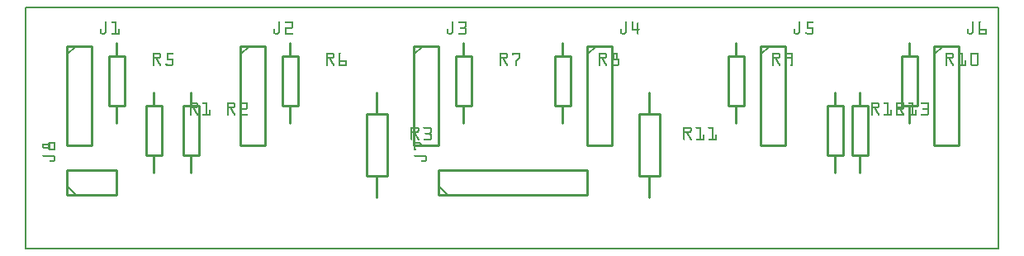
<source format=gto>
G04 MADE WITH FRITZING*
G04 WWW.FRITZING.ORG*
G04 SINGLE SIDED*
G04 HOLES NOT PLATED*
G04 CONTOUR ON CENTER OF CONTOUR VECTOR*
%ASAXBY*%
%FSLAX23Y23*%
%MOIN*%
%OFA0B0*%
%SFA1.0B1.0*%
%ADD10R,3.937010X0.984252X3.921010X0.968252*%
%ADD11C,0.008000*%
%ADD12C,0.010000*%
%ADD13C,0.005000*%
%ADD14R,0.001000X0.001000*%
%LNSILK1*%
G90*
G70*
G54D11*
X4Y980D02*
X3933Y980D01*
X3933Y4D01*
X4Y4D01*
X4Y980D01*
D02*
G54D12*
X3673Y823D02*
X3673Y423D01*
D02*
X3673Y423D02*
X3773Y423D01*
D02*
X3773Y423D02*
X3773Y823D01*
D02*
X3773Y823D02*
X3673Y823D01*
G54D13*
D02*
X3673Y788D02*
X3708Y823D01*
G54D12*
D02*
X2973Y823D02*
X2973Y423D01*
D02*
X2973Y423D02*
X3073Y423D01*
D02*
X3073Y423D02*
X3073Y823D01*
D02*
X3073Y823D02*
X2973Y823D01*
G54D13*
D02*
X2973Y788D02*
X3008Y823D01*
G54D12*
D02*
X2273Y823D02*
X2273Y423D01*
D02*
X2273Y423D02*
X2373Y423D01*
D02*
X2373Y423D02*
X2373Y823D01*
D02*
X2373Y823D02*
X2273Y823D01*
G54D13*
D02*
X2273Y788D02*
X2308Y823D01*
G54D12*
D02*
X1573Y823D02*
X1573Y423D01*
D02*
X1573Y423D02*
X1673Y423D01*
D02*
X1673Y423D02*
X1673Y823D01*
D02*
X1673Y823D02*
X1573Y823D01*
G54D13*
D02*
X1573Y788D02*
X1608Y823D01*
G54D12*
D02*
X873Y823D02*
X873Y423D01*
D02*
X873Y423D02*
X973Y423D01*
D02*
X973Y423D02*
X973Y823D01*
D02*
X973Y823D02*
X873Y823D01*
G54D13*
D02*
X873Y788D02*
X908Y823D01*
G54D12*
D02*
X173Y823D02*
X173Y423D01*
D02*
X173Y423D02*
X273Y423D01*
D02*
X273Y423D02*
X273Y823D01*
D02*
X273Y823D02*
X173Y823D01*
G54D13*
D02*
X173Y788D02*
X208Y823D01*
G54D12*
D02*
X3373Y311D02*
X3373Y383D01*
D02*
X3373Y583D02*
X3373Y636D01*
D02*
X3340Y383D02*
X3340Y583D01*
D02*
X3340Y583D02*
X3406Y583D01*
D02*
X3406Y583D02*
X3406Y383D01*
D02*
X3406Y383D02*
X3340Y383D01*
D02*
X3273Y311D02*
X3273Y383D01*
D02*
X3273Y583D02*
X3273Y636D01*
D02*
X3240Y383D02*
X3240Y583D01*
D02*
X3240Y583D02*
X3306Y583D01*
D02*
X3306Y583D02*
X3306Y383D01*
D02*
X3306Y383D02*
X3240Y383D01*
D02*
X2523Y211D02*
X2523Y298D01*
D02*
X2523Y548D02*
X2523Y636D01*
D02*
X2482Y298D02*
X2482Y548D01*
D02*
X2482Y548D02*
X2564Y548D01*
D02*
X2564Y548D02*
X2564Y298D01*
D02*
X2564Y298D02*
X2482Y298D01*
D02*
X3573Y511D02*
X3573Y583D01*
D02*
X3573Y783D02*
X3573Y836D01*
D02*
X3540Y583D02*
X3540Y783D01*
D02*
X3540Y783D02*
X3606Y783D01*
D02*
X3606Y783D02*
X3606Y583D01*
D02*
X3606Y583D02*
X3540Y583D01*
D02*
X2873Y511D02*
X2873Y583D01*
D02*
X2873Y783D02*
X2873Y836D01*
D02*
X2840Y583D02*
X2840Y783D01*
D02*
X2840Y783D02*
X2906Y783D01*
D02*
X2906Y783D02*
X2906Y583D01*
D02*
X2906Y583D02*
X2840Y583D01*
D02*
X2173Y511D02*
X2173Y583D01*
D02*
X2173Y783D02*
X2173Y836D01*
D02*
X2140Y583D02*
X2140Y783D01*
D02*
X2140Y783D02*
X2206Y783D01*
D02*
X2206Y783D02*
X2206Y583D01*
D02*
X2206Y583D02*
X2140Y583D01*
D02*
X1773Y511D02*
X1773Y583D01*
D02*
X1773Y783D02*
X1773Y836D01*
D02*
X1740Y583D02*
X1740Y783D01*
D02*
X1740Y783D02*
X1806Y783D01*
D02*
X1806Y783D02*
X1806Y583D01*
D02*
X1806Y583D02*
X1740Y583D01*
D02*
X1073Y511D02*
X1073Y583D01*
D02*
X1073Y783D02*
X1073Y836D01*
D02*
X1040Y583D02*
X1040Y783D01*
D02*
X1040Y783D02*
X1106Y783D01*
D02*
X1106Y783D02*
X1106Y583D01*
D02*
X1106Y583D02*
X1040Y583D01*
D02*
X373Y511D02*
X373Y583D01*
D02*
X373Y783D02*
X373Y836D01*
D02*
X340Y583D02*
X340Y783D01*
D02*
X340Y783D02*
X406Y783D01*
D02*
X406Y783D02*
X406Y583D01*
D02*
X406Y583D02*
X340Y583D01*
D02*
X1423Y211D02*
X1423Y298D01*
D02*
X1423Y548D02*
X1423Y636D01*
D02*
X1382Y298D02*
X1382Y548D01*
D02*
X1382Y548D02*
X1464Y548D01*
D02*
X1464Y548D02*
X1464Y298D01*
D02*
X1464Y298D02*
X1382Y298D01*
D02*
X673Y311D02*
X673Y383D01*
D02*
X673Y583D02*
X673Y636D01*
D02*
X640Y383D02*
X640Y583D01*
D02*
X640Y583D02*
X706Y583D01*
D02*
X706Y583D02*
X706Y383D01*
D02*
X706Y383D02*
X640Y383D01*
D02*
X523Y311D02*
X523Y383D01*
D02*
X523Y583D02*
X523Y636D01*
D02*
X490Y383D02*
X490Y583D01*
D02*
X490Y583D02*
X556Y583D01*
D02*
X556Y583D02*
X556Y383D01*
D02*
X556Y383D02*
X490Y383D01*
D02*
X1673Y223D02*
X2273Y223D01*
D02*
X2273Y223D02*
X2273Y323D01*
D02*
X2273Y323D02*
X1673Y323D01*
D02*
X1673Y323D02*
X1673Y223D01*
G54D13*
D02*
X1708Y223D02*
X1673Y258D01*
G54D12*
D02*
X173Y223D02*
X373Y223D01*
D02*
X373Y223D02*
X373Y323D01*
D02*
X373Y323D02*
X173Y323D01*
D02*
X173Y323D02*
X173Y223D01*
G54D13*
D02*
X208Y223D02*
X173Y258D01*
G54D14*
X327Y923D02*
X329Y923D01*
X353Y923D02*
X370Y923D01*
X1027Y923D02*
X1029Y923D01*
X1053Y923D02*
X1079Y923D01*
X1727Y923D02*
X1729Y923D01*
X1753Y923D02*
X1779Y923D01*
X2427Y923D02*
X2429Y923D01*
X2455Y923D02*
X2456Y923D01*
X3127Y923D02*
X3129Y923D01*
X3158Y923D02*
X3182Y923D01*
X3827Y923D02*
X3829Y923D01*
X3853Y923D02*
X3858Y923D01*
X326Y922D02*
X330Y922D01*
X352Y922D02*
X371Y922D01*
X1026Y922D02*
X1030Y922D01*
X1052Y922D02*
X1081Y922D01*
X1726Y922D02*
X1730Y922D01*
X1752Y922D02*
X1781Y922D01*
X2426Y922D02*
X2430Y922D01*
X2453Y922D02*
X2458Y922D01*
X3126Y922D02*
X3130Y922D01*
X3158Y922D02*
X3184Y922D01*
X3826Y922D02*
X3830Y922D01*
X3852Y922D02*
X3859Y922D01*
X325Y921D02*
X331Y921D01*
X351Y921D02*
X371Y921D01*
X1025Y921D02*
X1031Y921D01*
X1051Y921D02*
X1082Y921D01*
X1725Y921D02*
X1731Y921D01*
X1751Y921D02*
X1782Y921D01*
X2425Y921D02*
X2431Y921D01*
X2453Y921D02*
X2458Y921D01*
X3125Y921D02*
X3131Y921D01*
X3158Y921D02*
X3184Y921D01*
X3825Y921D02*
X3831Y921D01*
X3851Y921D02*
X3860Y921D01*
X325Y920D02*
X331Y920D01*
X351Y920D02*
X371Y920D01*
X1025Y920D02*
X1031Y920D01*
X1051Y920D02*
X1083Y920D01*
X1725Y920D02*
X1731Y920D01*
X1751Y920D02*
X1783Y920D01*
X2425Y920D02*
X2431Y920D01*
X2452Y920D02*
X2458Y920D01*
X3125Y920D02*
X3131Y920D01*
X3158Y920D02*
X3184Y920D01*
X3825Y920D02*
X3831Y920D01*
X3851Y920D02*
X3860Y920D01*
X325Y919D02*
X331Y919D01*
X351Y919D02*
X371Y919D01*
X1025Y919D02*
X1031Y919D01*
X1051Y919D02*
X1084Y919D01*
X1725Y919D02*
X1731Y919D01*
X1751Y919D02*
X1784Y919D01*
X2425Y919D02*
X2431Y919D01*
X2452Y919D02*
X2458Y919D01*
X3125Y919D02*
X3131Y919D01*
X3158Y919D02*
X3184Y919D01*
X3825Y919D02*
X3831Y919D01*
X3851Y919D02*
X3860Y919D01*
X325Y918D02*
X331Y918D01*
X351Y918D02*
X371Y918D01*
X1025Y918D02*
X1031Y918D01*
X1051Y918D02*
X1084Y918D01*
X1725Y918D02*
X1731Y918D01*
X1751Y918D02*
X1784Y918D01*
X2425Y918D02*
X2431Y918D01*
X2452Y918D02*
X2458Y918D01*
X3125Y918D02*
X3131Y918D01*
X3158Y918D02*
X3184Y918D01*
X3825Y918D02*
X3831Y918D01*
X3851Y918D02*
X3860Y918D01*
X325Y917D02*
X331Y917D01*
X352Y917D02*
X371Y917D01*
X1025Y917D02*
X1031Y917D01*
X1052Y917D02*
X1084Y917D01*
X1725Y917D02*
X1731Y917D01*
X1752Y917D02*
X1784Y917D01*
X2425Y917D02*
X2431Y917D01*
X2452Y917D02*
X2458Y917D01*
X2475Y917D02*
X2477Y917D01*
X3125Y917D02*
X3131Y917D01*
X3158Y917D02*
X3183Y917D01*
X3825Y917D02*
X3831Y917D01*
X3851Y917D02*
X3859Y917D01*
X325Y916D02*
X331Y916D01*
X364Y916D02*
X371Y916D01*
X1025Y916D02*
X1031Y916D01*
X1078Y916D02*
X1084Y916D01*
X1725Y916D02*
X1731Y916D01*
X1778Y916D02*
X1784Y916D01*
X2425Y916D02*
X2431Y916D01*
X2452Y916D02*
X2458Y916D01*
X2474Y916D02*
X2478Y916D01*
X3125Y916D02*
X3131Y916D01*
X3158Y916D02*
X3164Y916D01*
X3825Y916D02*
X3831Y916D01*
X3851Y916D02*
X3857Y916D01*
X325Y915D02*
X331Y915D01*
X365Y915D02*
X371Y915D01*
X1025Y915D02*
X1031Y915D01*
X1078Y915D02*
X1084Y915D01*
X1725Y915D02*
X1731Y915D01*
X1778Y915D02*
X1784Y915D01*
X2425Y915D02*
X2431Y915D01*
X2452Y915D02*
X2458Y915D01*
X2473Y915D02*
X2479Y915D01*
X3125Y915D02*
X3131Y915D01*
X3158Y915D02*
X3164Y915D01*
X3825Y915D02*
X3831Y915D01*
X3851Y915D02*
X3857Y915D01*
X325Y914D02*
X331Y914D01*
X365Y914D02*
X371Y914D01*
X1025Y914D02*
X1031Y914D01*
X1078Y914D02*
X1084Y914D01*
X1725Y914D02*
X1731Y914D01*
X1778Y914D02*
X1784Y914D01*
X2425Y914D02*
X2431Y914D01*
X2452Y914D02*
X2458Y914D01*
X2473Y914D02*
X2479Y914D01*
X3125Y914D02*
X3131Y914D01*
X3158Y914D02*
X3164Y914D01*
X3825Y914D02*
X3831Y914D01*
X3851Y914D02*
X3857Y914D01*
X325Y913D02*
X331Y913D01*
X365Y913D02*
X371Y913D01*
X1025Y913D02*
X1031Y913D01*
X1078Y913D02*
X1084Y913D01*
X1725Y913D02*
X1731Y913D01*
X1778Y913D02*
X1784Y913D01*
X2425Y913D02*
X2431Y913D01*
X2452Y913D02*
X2458Y913D01*
X2473Y913D02*
X2479Y913D01*
X3125Y913D02*
X3131Y913D01*
X3158Y913D02*
X3164Y913D01*
X3825Y913D02*
X3831Y913D01*
X3851Y913D02*
X3857Y913D01*
X325Y912D02*
X331Y912D01*
X365Y912D02*
X371Y912D01*
X1025Y912D02*
X1031Y912D01*
X1078Y912D02*
X1084Y912D01*
X1725Y912D02*
X1731Y912D01*
X1778Y912D02*
X1784Y912D01*
X2425Y912D02*
X2431Y912D01*
X2452Y912D02*
X2458Y912D01*
X2473Y912D02*
X2479Y912D01*
X3125Y912D02*
X3131Y912D01*
X3158Y912D02*
X3164Y912D01*
X3825Y912D02*
X3831Y912D01*
X3851Y912D02*
X3857Y912D01*
X325Y911D02*
X331Y911D01*
X365Y911D02*
X371Y911D01*
X1025Y911D02*
X1031Y911D01*
X1078Y911D02*
X1084Y911D01*
X1725Y911D02*
X1731Y911D01*
X1778Y911D02*
X1784Y911D01*
X2425Y911D02*
X2431Y911D01*
X2452Y911D02*
X2458Y911D01*
X2473Y911D02*
X2479Y911D01*
X3125Y911D02*
X3131Y911D01*
X3158Y911D02*
X3164Y911D01*
X3825Y911D02*
X3831Y911D01*
X3851Y911D02*
X3857Y911D01*
X325Y910D02*
X331Y910D01*
X365Y910D02*
X371Y910D01*
X1025Y910D02*
X1031Y910D01*
X1078Y910D02*
X1084Y910D01*
X1725Y910D02*
X1731Y910D01*
X1778Y910D02*
X1784Y910D01*
X2425Y910D02*
X2431Y910D01*
X2452Y910D02*
X2458Y910D01*
X2473Y910D02*
X2479Y910D01*
X3125Y910D02*
X3131Y910D01*
X3158Y910D02*
X3164Y910D01*
X3825Y910D02*
X3831Y910D01*
X3851Y910D02*
X3857Y910D01*
X325Y909D02*
X331Y909D01*
X365Y909D02*
X371Y909D01*
X1025Y909D02*
X1031Y909D01*
X1078Y909D02*
X1084Y909D01*
X1725Y909D02*
X1731Y909D01*
X1778Y909D02*
X1784Y909D01*
X2425Y909D02*
X2431Y909D01*
X2452Y909D02*
X2458Y909D01*
X2473Y909D02*
X2479Y909D01*
X3125Y909D02*
X3131Y909D01*
X3158Y909D02*
X3164Y909D01*
X3825Y909D02*
X3831Y909D01*
X3851Y909D02*
X3857Y909D01*
X325Y908D02*
X331Y908D01*
X365Y908D02*
X371Y908D01*
X1025Y908D02*
X1031Y908D01*
X1078Y908D02*
X1084Y908D01*
X1725Y908D02*
X1731Y908D01*
X1778Y908D02*
X1784Y908D01*
X2425Y908D02*
X2431Y908D01*
X2452Y908D02*
X2458Y908D01*
X2473Y908D02*
X2479Y908D01*
X3125Y908D02*
X3131Y908D01*
X3158Y908D02*
X3164Y908D01*
X3825Y908D02*
X3831Y908D01*
X3851Y908D02*
X3857Y908D01*
X325Y907D02*
X331Y907D01*
X365Y907D02*
X371Y907D01*
X1025Y907D02*
X1031Y907D01*
X1078Y907D02*
X1084Y907D01*
X1725Y907D02*
X1731Y907D01*
X1778Y907D02*
X1784Y907D01*
X2425Y907D02*
X2431Y907D01*
X2452Y907D02*
X2458Y907D01*
X2473Y907D02*
X2479Y907D01*
X3125Y907D02*
X3131Y907D01*
X3158Y907D02*
X3164Y907D01*
X3825Y907D02*
X3831Y907D01*
X3851Y907D02*
X3857Y907D01*
X325Y906D02*
X331Y906D01*
X365Y906D02*
X371Y906D01*
X1025Y906D02*
X1031Y906D01*
X1078Y906D02*
X1084Y906D01*
X1725Y906D02*
X1731Y906D01*
X1778Y906D02*
X1784Y906D01*
X2425Y906D02*
X2431Y906D01*
X2452Y906D02*
X2458Y906D01*
X2473Y906D02*
X2479Y906D01*
X3125Y906D02*
X3131Y906D01*
X3158Y906D02*
X3164Y906D01*
X3825Y906D02*
X3831Y906D01*
X3851Y906D02*
X3857Y906D01*
X325Y905D02*
X331Y905D01*
X365Y905D02*
X371Y905D01*
X1025Y905D02*
X1031Y905D01*
X1078Y905D02*
X1084Y905D01*
X1725Y905D02*
X1731Y905D01*
X1778Y905D02*
X1784Y905D01*
X2425Y905D02*
X2431Y905D01*
X2452Y905D02*
X2458Y905D01*
X2473Y905D02*
X2479Y905D01*
X3125Y905D02*
X3131Y905D01*
X3158Y905D02*
X3164Y905D01*
X3825Y905D02*
X3831Y905D01*
X3851Y905D02*
X3857Y905D01*
X325Y904D02*
X331Y904D01*
X365Y904D02*
X371Y904D01*
X1025Y904D02*
X1031Y904D01*
X1078Y904D02*
X1084Y904D01*
X1725Y904D02*
X1731Y904D01*
X1778Y904D02*
X1784Y904D01*
X2425Y904D02*
X2431Y904D01*
X2452Y904D02*
X2458Y904D01*
X2473Y904D02*
X2479Y904D01*
X3125Y904D02*
X3131Y904D01*
X3158Y904D02*
X3164Y904D01*
X3825Y904D02*
X3831Y904D01*
X3851Y904D02*
X3857Y904D01*
X325Y903D02*
X331Y903D01*
X365Y903D02*
X371Y903D01*
X1025Y903D02*
X1031Y903D01*
X1078Y903D02*
X1084Y903D01*
X1725Y903D02*
X1731Y903D01*
X1778Y903D02*
X1784Y903D01*
X2425Y903D02*
X2431Y903D01*
X2452Y903D02*
X2458Y903D01*
X2473Y903D02*
X2479Y903D01*
X3125Y903D02*
X3131Y903D01*
X3158Y903D02*
X3164Y903D01*
X3825Y903D02*
X3831Y903D01*
X3851Y903D02*
X3857Y903D01*
X325Y902D02*
X331Y902D01*
X365Y902D02*
X371Y902D01*
X1025Y902D02*
X1031Y902D01*
X1078Y902D02*
X1084Y902D01*
X1725Y902D02*
X1731Y902D01*
X1778Y902D02*
X1784Y902D01*
X2425Y902D02*
X2431Y902D01*
X2452Y902D02*
X2458Y902D01*
X2473Y902D02*
X2479Y902D01*
X3125Y902D02*
X3131Y902D01*
X3158Y902D02*
X3164Y902D01*
X3825Y902D02*
X3831Y902D01*
X3851Y902D02*
X3857Y902D01*
X325Y901D02*
X331Y901D01*
X365Y901D02*
X371Y901D01*
X1025Y901D02*
X1031Y901D01*
X1078Y901D02*
X1084Y901D01*
X1725Y901D02*
X1731Y901D01*
X1777Y901D02*
X1784Y901D01*
X2425Y901D02*
X2431Y901D01*
X2452Y901D02*
X2458Y901D01*
X2473Y901D02*
X2479Y901D01*
X3125Y901D02*
X3131Y901D01*
X3158Y901D02*
X3164Y901D01*
X3825Y901D02*
X3831Y901D01*
X3851Y901D02*
X3857Y901D01*
X325Y900D02*
X331Y900D01*
X365Y900D02*
X371Y900D01*
X1025Y900D02*
X1031Y900D01*
X1078Y900D02*
X1084Y900D01*
X1725Y900D02*
X1731Y900D01*
X1776Y900D02*
X1784Y900D01*
X2425Y900D02*
X2431Y900D01*
X2452Y900D02*
X2458Y900D01*
X2473Y900D02*
X2479Y900D01*
X3125Y900D02*
X3131Y900D01*
X3158Y900D02*
X3164Y900D01*
X3825Y900D02*
X3831Y900D01*
X3851Y900D02*
X3857Y900D01*
X325Y899D02*
X331Y899D01*
X365Y899D02*
X371Y899D01*
X1025Y899D02*
X1031Y899D01*
X1055Y899D02*
X1084Y899D01*
X1725Y899D02*
X1731Y899D01*
X1759Y899D02*
X1783Y899D01*
X2425Y899D02*
X2431Y899D01*
X2452Y899D02*
X2458Y899D01*
X2473Y899D02*
X2479Y899D01*
X3125Y899D02*
X3131Y899D01*
X3158Y899D02*
X3180Y899D01*
X3825Y899D02*
X3831Y899D01*
X3851Y899D02*
X3857Y899D01*
X325Y898D02*
X331Y898D01*
X365Y898D02*
X371Y898D01*
X1025Y898D02*
X1031Y898D01*
X1053Y898D02*
X1084Y898D01*
X1725Y898D02*
X1731Y898D01*
X1758Y898D02*
X1783Y898D01*
X2425Y898D02*
X2431Y898D01*
X2452Y898D02*
X2458Y898D01*
X2473Y898D02*
X2479Y898D01*
X3125Y898D02*
X3131Y898D01*
X3158Y898D02*
X3182Y898D01*
X3825Y898D02*
X3831Y898D01*
X3851Y898D02*
X3857Y898D01*
X325Y897D02*
X331Y897D01*
X365Y897D02*
X371Y897D01*
X1025Y897D02*
X1031Y897D01*
X1052Y897D02*
X1084Y897D01*
X1725Y897D02*
X1731Y897D01*
X1758Y897D02*
X1782Y897D01*
X2425Y897D02*
X2431Y897D01*
X2452Y897D02*
X2458Y897D01*
X2473Y897D02*
X2479Y897D01*
X3125Y897D02*
X3131Y897D01*
X3158Y897D02*
X3183Y897D01*
X3825Y897D02*
X3831Y897D01*
X3851Y897D02*
X3857Y897D01*
X325Y896D02*
X331Y896D01*
X365Y896D02*
X371Y896D01*
X1025Y896D02*
X1031Y896D01*
X1052Y896D02*
X1083Y896D01*
X1725Y896D02*
X1731Y896D01*
X1758Y896D02*
X1782Y896D01*
X2425Y896D02*
X2431Y896D01*
X2452Y896D02*
X2458Y896D01*
X2473Y896D02*
X2479Y896D01*
X3125Y896D02*
X3131Y896D01*
X3158Y896D02*
X3183Y896D01*
X3825Y896D02*
X3831Y896D01*
X3851Y896D02*
X3857Y896D01*
X325Y895D02*
X331Y895D01*
X365Y895D02*
X371Y895D01*
X1025Y895D02*
X1031Y895D01*
X1051Y895D02*
X1082Y895D01*
X1725Y895D02*
X1731Y895D01*
X1758Y895D02*
X1783Y895D01*
X2425Y895D02*
X2431Y895D01*
X2452Y895D02*
X2458Y895D01*
X2473Y895D02*
X2479Y895D01*
X3125Y895D02*
X3131Y895D01*
X3158Y895D02*
X3184Y895D01*
X3825Y895D02*
X3831Y895D01*
X3851Y895D02*
X3857Y895D01*
X325Y894D02*
X331Y894D01*
X365Y894D02*
X371Y894D01*
X1025Y894D02*
X1031Y894D01*
X1051Y894D02*
X1081Y894D01*
X1725Y894D02*
X1731Y894D01*
X1759Y894D02*
X1783Y894D01*
X2425Y894D02*
X2431Y894D01*
X2452Y894D02*
X2459Y894D01*
X2473Y894D02*
X2479Y894D01*
X3125Y894D02*
X3131Y894D01*
X3158Y894D02*
X3184Y894D01*
X3825Y894D02*
X3831Y894D01*
X3851Y894D02*
X3857Y894D01*
X305Y893D02*
X309Y893D01*
X325Y893D02*
X331Y893D01*
X365Y893D02*
X371Y893D01*
X380Y893D02*
X383Y893D01*
X1005Y893D02*
X1009Y893D01*
X1025Y893D02*
X1031Y893D01*
X1051Y893D02*
X1079Y893D01*
X1705Y893D02*
X1709Y893D01*
X1725Y893D02*
X1731Y893D01*
X1760Y893D02*
X1784Y893D01*
X2405Y893D02*
X2409Y893D01*
X2425Y893D02*
X2431Y893D01*
X2452Y893D02*
X2481Y893D01*
X3105Y893D02*
X3109Y893D01*
X3125Y893D02*
X3131Y893D01*
X3158Y893D02*
X3184Y893D01*
X3805Y893D02*
X3809Y893D01*
X3825Y893D02*
X3831Y893D01*
X3851Y893D02*
X3883Y893D01*
X305Y892D02*
X310Y892D01*
X325Y892D02*
X331Y892D01*
X365Y892D02*
X371Y892D01*
X379Y892D02*
X384Y892D01*
X1005Y892D02*
X1010Y892D01*
X1025Y892D02*
X1031Y892D01*
X1051Y892D02*
X1057Y892D01*
X1705Y892D02*
X1710Y892D01*
X1725Y892D02*
X1731Y892D01*
X1777Y892D02*
X1784Y892D01*
X2405Y892D02*
X2410Y892D01*
X2425Y892D02*
X2431Y892D01*
X2452Y892D02*
X2482Y892D01*
X3105Y892D02*
X3110Y892D01*
X3125Y892D02*
X3131Y892D01*
X3178Y892D02*
X3184Y892D01*
X3805Y892D02*
X3810Y892D01*
X3825Y892D02*
X3831Y892D01*
X3851Y892D02*
X3884Y892D01*
X304Y891D02*
X310Y891D01*
X325Y891D02*
X331Y891D01*
X365Y891D02*
X371Y891D01*
X378Y891D02*
X384Y891D01*
X1004Y891D02*
X1010Y891D01*
X1025Y891D02*
X1031Y891D01*
X1051Y891D02*
X1057Y891D01*
X1704Y891D02*
X1710Y891D01*
X1725Y891D02*
X1731Y891D01*
X1778Y891D02*
X1784Y891D01*
X2404Y891D02*
X2410Y891D01*
X2425Y891D02*
X2431Y891D01*
X2452Y891D02*
X2482Y891D01*
X3104Y891D02*
X3110Y891D01*
X3125Y891D02*
X3131Y891D01*
X3178Y891D02*
X3184Y891D01*
X3804Y891D02*
X3810Y891D01*
X3825Y891D02*
X3831Y891D01*
X3851Y891D02*
X3884Y891D01*
X304Y890D02*
X310Y890D01*
X325Y890D02*
X331Y890D01*
X365Y890D02*
X371Y890D01*
X378Y890D02*
X384Y890D01*
X1004Y890D02*
X1010Y890D01*
X1025Y890D02*
X1031Y890D01*
X1051Y890D02*
X1057Y890D01*
X1704Y890D02*
X1710Y890D01*
X1725Y890D02*
X1731Y890D01*
X1778Y890D02*
X1784Y890D01*
X2404Y890D02*
X2410Y890D01*
X2425Y890D02*
X2431Y890D01*
X2452Y890D02*
X2483Y890D01*
X3104Y890D02*
X3110Y890D01*
X3125Y890D02*
X3131Y890D01*
X3178Y890D02*
X3184Y890D01*
X3804Y890D02*
X3810Y890D01*
X3825Y890D02*
X3831Y890D01*
X3851Y890D02*
X3884Y890D01*
X304Y889D02*
X310Y889D01*
X325Y889D02*
X331Y889D01*
X365Y889D02*
X371Y889D01*
X378Y889D02*
X384Y889D01*
X1004Y889D02*
X1010Y889D01*
X1025Y889D02*
X1031Y889D01*
X1051Y889D02*
X1057Y889D01*
X1704Y889D02*
X1710Y889D01*
X1725Y889D02*
X1731Y889D01*
X1778Y889D02*
X1784Y889D01*
X2404Y889D02*
X2410Y889D01*
X2425Y889D02*
X2431Y889D01*
X2452Y889D02*
X2482Y889D01*
X3104Y889D02*
X3110Y889D01*
X3125Y889D02*
X3131Y889D01*
X3178Y889D02*
X3184Y889D01*
X3804Y889D02*
X3810Y889D01*
X3825Y889D02*
X3831Y889D01*
X3851Y889D02*
X3884Y889D01*
X304Y888D02*
X310Y888D01*
X325Y888D02*
X331Y888D01*
X365Y888D02*
X371Y888D01*
X378Y888D02*
X384Y888D01*
X1004Y888D02*
X1010Y888D01*
X1025Y888D02*
X1031Y888D01*
X1051Y888D02*
X1057Y888D01*
X1704Y888D02*
X1710Y888D01*
X1725Y888D02*
X1731Y888D01*
X1778Y888D02*
X1784Y888D01*
X2404Y888D02*
X2410Y888D01*
X2425Y888D02*
X2431Y888D01*
X2452Y888D02*
X2482Y888D01*
X3104Y888D02*
X3110Y888D01*
X3125Y888D02*
X3131Y888D01*
X3178Y888D02*
X3184Y888D01*
X3804Y888D02*
X3810Y888D01*
X3825Y888D02*
X3831Y888D01*
X3851Y888D02*
X3884Y888D01*
X304Y887D02*
X310Y887D01*
X325Y887D02*
X331Y887D01*
X365Y887D02*
X371Y887D01*
X378Y887D02*
X384Y887D01*
X1004Y887D02*
X1010Y887D01*
X1025Y887D02*
X1031Y887D01*
X1051Y887D02*
X1057Y887D01*
X1704Y887D02*
X1710Y887D01*
X1725Y887D02*
X1731Y887D01*
X1778Y887D02*
X1784Y887D01*
X2404Y887D02*
X2410Y887D01*
X2425Y887D02*
X2431Y887D01*
X2453Y887D02*
X2480Y887D01*
X3104Y887D02*
X3110Y887D01*
X3125Y887D02*
X3131Y887D01*
X3178Y887D02*
X3184Y887D01*
X3804Y887D02*
X3810Y887D01*
X3825Y887D02*
X3831Y887D01*
X3851Y887D02*
X3884Y887D01*
X304Y886D02*
X310Y886D01*
X325Y886D02*
X331Y886D01*
X365Y886D02*
X371Y886D01*
X378Y886D02*
X384Y886D01*
X1004Y886D02*
X1010Y886D01*
X1025Y886D02*
X1031Y886D01*
X1051Y886D02*
X1057Y886D01*
X1704Y886D02*
X1710Y886D01*
X1725Y886D02*
X1731Y886D01*
X1778Y886D02*
X1784Y886D01*
X2404Y886D02*
X2410Y886D01*
X2425Y886D02*
X2431Y886D01*
X2473Y886D02*
X2479Y886D01*
X3104Y886D02*
X3110Y886D01*
X3125Y886D02*
X3131Y886D01*
X3178Y886D02*
X3184Y886D01*
X3804Y886D02*
X3810Y886D01*
X3825Y886D02*
X3831Y886D01*
X3851Y886D02*
X3857Y886D01*
X3878Y886D02*
X3884Y886D01*
X304Y885D02*
X310Y885D01*
X325Y885D02*
X331Y885D01*
X365Y885D02*
X371Y885D01*
X378Y885D02*
X384Y885D01*
X1004Y885D02*
X1010Y885D01*
X1025Y885D02*
X1031Y885D01*
X1051Y885D02*
X1057Y885D01*
X1704Y885D02*
X1710Y885D01*
X1725Y885D02*
X1731Y885D01*
X1778Y885D02*
X1784Y885D01*
X2404Y885D02*
X2410Y885D01*
X2425Y885D02*
X2431Y885D01*
X2473Y885D02*
X2479Y885D01*
X3104Y885D02*
X3110Y885D01*
X3125Y885D02*
X3131Y885D01*
X3178Y885D02*
X3184Y885D01*
X3804Y885D02*
X3810Y885D01*
X3825Y885D02*
X3831Y885D01*
X3851Y885D02*
X3857Y885D01*
X3878Y885D02*
X3884Y885D01*
X304Y884D02*
X310Y884D01*
X325Y884D02*
X331Y884D01*
X365Y884D02*
X371Y884D01*
X378Y884D02*
X384Y884D01*
X1004Y884D02*
X1010Y884D01*
X1025Y884D02*
X1031Y884D01*
X1051Y884D02*
X1057Y884D01*
X1704Y884D02*
X1710Y884D01*
X1725Y884D02*
X1731Y884D01*
X1778Y884D02*
X1784Y884D01*
X2404Y884D02*
X2410Y884D01*
X2425Y884D02*
X2431Y884D01*
X2473Y884D02*
X2479Y884D01*
X3104Y884D02*
X3110Y884D01*
X3125Y884D02*
X3131Y884D01*
X3178Y884D02*
X3184Y884D01*
X3804Y884D02*
X3810Y884D01*
X3825Y884D02*
X3831Y884D01*
X3851Y884D02*
X3857Y884D01*
X3878Y884D02*
X3884Y884D01*
X304Y883D02*
X310Y883D01*
X325Y883D02*
X331Y883D01*
X365Y883D02*
X371Y883D01*
X378Y883D02*
X384Y883D01*
X1004Y883D02*
X1010Y883D01*
X1025Y883D02*
X1031Y883D01*
X1051Y883D02*
X1057Y883D01*
X1704Y883D02*
X1710Y883D01*
X1725Y883D02*
X1731Y883D01*
X1778Y883D02*
X1784Y883D01*
X2404Y883D02*
X2410Y883D01*
X2425Y883D02*
X2431Y883D01*
X2473Y883D02*
X2479Y883D01*
X3104Y883D02*
X3110Y883D01*
X3125Y883D02*
X3131Y883D01*
X3178Y883D02*
X3184Y883D01*
X3804Y883D02*
X3810Y883D01*
X3825Y883D02*
X3831Y883D01*
X3851Y883D02*
X3857Y883D01*
X3878Y883D02*
X3884Y883D01*
X304Y882D02*
X310Y882D01*
X325Y882D02*
X331Y882D01*
X365Y882D02*
X371Y882D01*
X378Y882D02*
X384Y882D01*
X1004Y882D02*
X1010Y882D01*
X1025Y882D02*
X1031Y882D01*
X1051Y882D02*
X1057Y882D01*
X1704Y882D02*
X1710Y882D01*
X1725Y882D02*
X1731Y882D01*
X1778Y882D02*
X1784Y882D01*
X2404Y882D02*
X2410Y882D01*
X2425Y882D02*
X2431Y882D01*
X2473Y882D02*
X2479Y882D01*
X3104Y882D02*
X3110Y882D01*
X3125Y882D02*
X3131Y882D01*
X3178Y882D02*
X3184Y882D01*
X3804Y882D02*
X3810Y882D01*
X3825Y882D02*
X3831Y882D01*
X3851Y882D02*
X3857Y882D01*
X3878Y882D02*
X3884Y882D01*
X304Y881D02*
X310Y881D01*
X325Y881D02*
X331Y881D01*
X365Y881D02*
X371Y881D01*
X378Y881D02*
X384Y881D01*
X1004Y881D02*
X1010Y881D01*
X1025Y881D02*
X1031Y881D01*
X1051Y881D02*
X1057Y881D01*
X1704Y881D02*
X1710Y881D01*
X1725Y881D02*
X1731Y881D01*
X1778Y881D02*
X1784Y881D01*
X2404Y881D02*
X2410Y881D01*
X2425Y881D02*
X2431Y881D01*
X2473Y881D02*
X2479Y881D01*
X3104Y881D02*
X3110Y881D01*
X3125Y881D02*
X3131Y881D01*
X3178Y881D02*
X3184Y881D01*
X3804Y881D02*
X3810Y881D01*
X3825Y881D02*
X3831Y881D01*
X3851Y881D02*
X3857Y881D01*
X3878Y881D02*
X3884Y881D01*
X304Y880D02*
X310Y880D01*
X325Y880D02*
X331Y880D01*
X365Y880D02*
X371Y880D01*
X378Y880D02*
X384Y880D01*
X1004Y880D02*
X1010Y880D01*
X1025Y880D02*
X1031Y880D01*
X1051Y880D02*
X1057Y880D01*
X1704Y880D02*
X1710Y880D01*
X1725Y880D02*
X1731Y880D01*
X1778Y880D02*
X1784Y880D01*
X2404Y880D02*
X2410Y880D01*
X2425Y880D02*
X2431Y880D01*
X2473Y880D02*
X2479Y880D01*
X3104Y880D02*
X3110Y880D01*
X3125Y880D02*
X3131Y880D01*
X3178Y880D02*
X3184Y880D01*
X3804Y880D02*
X3810Y880D01*
X3825Y880D02*
X3831Y880D01*
X3851Y880D02*
X3857Y880D01*
X3878Y880D02*
X3884Y880D01*
X304Y879D02*
X310Y879D01*
X325Y879D02*
X331Y879D01*
X365Y879D02*
X371Y879D01*
X378Y879D02*
X384Y879D01*
X1004Y879D02*
X1010Y879D01*
X1025Y879D02*
X1031Y879D01*
X1051Y879D02*
X1057Y879D01*
X1704Y879D02*
X1710Y879D01*
X1725Y879D02*
X1731Y879D01*
X1778Y879D02*
X1784Y879D01*
X2404Y879D02*
X2410Y879D01*
X2425Y879D02*
X2431Y879D01*
X2473Y879D02*
X2479Y879D01*
X3104Y879D02*
X3110Y879D01*
X3125Y879D02*
X3131Y879D01*
X3154Y879D02*
X3154Y879D01*
X3178Y879D02*
X3184Y879D01*
X3804Y879D02*
X3810Y879D01*
X3825Y879D02*
X3831Y879D01*
X3851Y879D02*
X3857Y879D01*
X3878Y879D02*
X3884Y879D01*
X304Y878D02*
X311Y878D01*
X324Y878D02*
X331Y878D01*
X365Y878D02*
X371Y878D01*
X378Y878D02*
X384Y878D01*
X1004Y878D02*
X1011Y878D01*
X1024Y878D02*
X1031Y878D01*
X1051Y878D02*
X1057Y878D01*
X1704Y878D02*
X1711Y878D01*
X1724Y878D02*
X1731Y878D01*
X1778Y878D02*
X1784Y878D01*
X2404Y878D02*
X2411Y878D01*
X2424Y878D02*
X2431Y878D01*
X2473Y878D02*
X2479Y878D01*
X3104Y878D02*
X3111Y878D01*
X3124Y878D02*
X3131Y878D01*
X3152Y878D02*
X3157Y878D01*
X3178Y878D02*
X3184Y878D01*
X3804Y878D02*
X3811Y878D01*
X3824Y878D02*
X3831Y878D01*
X3851Y878D02*
X3857Y878D01*
X3878Y878D02*
X3884Y878D01*
X305Y877D02*
X312Y877D01*
X323Y877D02*
X331Y877D01*
X365Y877D02*
X371Y877D01*
X378Y877D02*
X384Y877D01*
X1005Y877D02*
X1012Y877D01*
X1023Y877D02*
X1031Y877D01*
X1051Y877D02*
X1057Y877D01*
X1705Y877D02*
X1712Y877D01*
X1723Y877D02*
X1730Y877D01*
X1778Y877D02*
X1784Y877D01*
X2405Y877D02*
X2412Y877D01*
X2423Y877D02*
X2430Y877D01*
X2473Y877D02*
X2479Y877D01*
X3105Y877D02*
X3112Y877D01*
X3123Y877D02*
X3130Y877D01*
X3151Y877D02*
X3159Y877D01*
X3178Y877D02*
X3184Y877D01*
X3805Y877D02*
X3812Y877D01*
X3823Y877D02*
X3830Y877D01*
X3851Y877D02*
X3857Y877D01*
X3878Y877D02*
X3884Y877D01*
X305Y876D02*
X330Y876D01*
X353Y876D02*
X384Y876D01*
X1005Y876D02*
X1030Y876D01*
X1051Y876D02*
X1082Y876D01*
X1705Y876D02*
X1730Y876D01*
X1753Y876D02*
X1784Y876D01*
X2405Y876D02*
X2430Y876D01*
X2473Y876D02*
X2479Y876D01*
X3105Y876D02*
X3130Y876D01*
X3151Y876D02*
X3184Y876D01*
X3805Y876D02*
X3830Y876D01*
X3851Y876D02*
X3884Y876D01*
X305Y875D02*
X330Y875D01*
X352Y875D02*
X384Y875D01*
X1005Y875D02*
X1030Y875D01*
X1051Y875D02*
X1083Y875D01*
X1705Y875D02*
X1730Y875D01*
X1752Y875D02*
X1784Y875D01*
X2405Y875D02*
X2430Y875D01*
X2473Y875D02*
X2479Y875D01*
X3105Y875D02*
X3130Y875D01*
X3151Y875D02*
X3184Y875D01*
X3805Y875D02*
X3830Y875D01*
X3851Y875D02*
X3884Y875D01*
X306Y874D02*
X329Y874D01*
X351Y874D02*
X384Y874D01*
X1006Y874D02*
X1029Y874D01*
X1051Y874D02*
X1084Y874D01*
X1706Y874D02*
X1729Y874D01*
X1751Y874D02*
X1784Y874D01*
X2406Y874D02*
X2429Y874D01*
X2473Y874D02*
X2479Y874D01*
X3106Y874D02*
X3129Y874D01*
X3151Y874D02*
X3184Y874D01*
X3806Y874D02*
X3829Y874D01*
X3851Y874D02*
X3884Y874D01*
X307Y873D02*
X328Y873D01*
X351Y873D02*
X384Y873D01*
X1007Y873D02*
X1028Y873D01*
X1051Y873D02*
X1084Y873D01*
X1707Y873D02*
X1728Y873D01*
X1751Y873D02*
X1784Y873D01*
X2407Y873D02*
X2428Y873D01*
X2473Y873D02*
X2479Y873D01*
X3107Y873D02*
X3128Y873D01*
X3152Y873D02*
X3184Y873D01*
X3807Y873D02*
X3828Y873D01*
X3851Y873D02*
X3884Y873D01*
X308Y872D02*
X327Y872D01*
X351Y872D02*
X384Y872D01*
X1008Y872D02*
X1027Y872D01*
X1051Y872D02*
X1084Y872D01*
X1708Y872D02*
X1727Y872D01*
X1751Y872D02*
X1783Y872D01*
X2408Y872D02*
X2427Y872D01*
X2473Y872D02*
X2479Y872D01*
X3108Y872D02*
X3127Y872D01*
X3154Y872D02*
X3183Y872D01*
X3808Y872D02*
X3827Y872D01*
X3851Y872D02*
X3884Y872D01*
X309Y871D02*
X326Y871D01*
X351Y871D02*
X384Y871D01*
X1009Y871D02*
X1026Y871D01*
X1051Y871D02*
X1084Y871D01*
X1709Y871D02*
X1726Y871D01*
X1751Y871D02*
X1782Y871D01*
X2409Y871D02*
X2426Y871D01*
X2474Y871D02*
X2479Y871D01*
X3109Y871D02*
X3126Y871D01*
X3156Y871D02*
X3182Y871D01*
X3809Y871D02*
X3826Y871D01*
X3851Y871D02*
X3884Y871D01*
X311Y870D02*
X324Y870D01*
X352Y870D02*
X383Y870D01*
X1011Y870D02*
X1024Y870D01*
X1051Y870D02*
X1083Y870D01*
X1711Y870D02*
X1724Y870D01*
X1752Y870D02*
X1780Y870D01*
X2411Y870D02*
X2424Y870D01*
X2475Y870D02*
X2478Y870D01*
X3111Y870D02*
X3124Y870D01*
X3158Y870D02*
X3180Y870D01*
X3811Y870D02*
X3824Y870D01*
X3852Y870D02*
X3883Y870D01*
X518Y796D02*
X544Y796D01*
X575Y796D02*
X600Y796D01*
X1218Y796D02*
X1244Y796D01*
X1270Y796D02*
X1276Y796D01*
X1918Y796D02*
X1944Y796D01*
X1970Y796D02*
X2002Y796D01*
X2318Y796D02*
X2344Y796D01*
X2377Y796D02*
X2393Y796D01*
X3018Y796D02*
X3044Y796D01*
X3070Y796D02*
X3100Y796D01*
X3718Y796D02*
X3744Y796D01*
X3770Y796D02*
X3788Y796D01*
X3823Y796D02*
X3847Y796D01*
X518Y795D02*
X546Y795D01*
X575Y795D02*
X601Y795D01*
X1218Y795D02*
X1246Y795D01*
X1269Y795D02*
X1277Y795D01*
X1918Y795D02*
X1946Y795D01*
X1969Y795D02*
X2002Y795D01*
X2318Y795D02*
X2346Y795D01*
X2376Y795D02*
X2394Y795D01*
X3018Y795D02*
X3046Y795D01*
X3069Y795D02*
X3101Y795D01*
X3718Y795D02*
X3746Y795D01*
X3769Y795D02*
X3788Y795D01*
X3821Y795D02*
X3849Y795D01*
X518Y794D02*
X548Y794D01*
X575Y794D02*
X602Y794D01*
X1218Y794D02*
X1248Y794D01*
X1268Y794D02*
X1277Y794D01*
X1918Y794D02*
X1948Y794D01*
X1968Y794D02*
X2002Y794D01*
X2318Y794D02*
X2348Y794D01*
X2375Y794D02*
X2395Y794D01*
X3018Y794D02*
X3048Y794D01*
X3068Y794D02*
X3102Y794D01*
X3718Y794D02*
X3748Y794D01*
X3768Y794D02*
X3788Y794D01*
X3820Y794D02*
X3850Y794D01*
X518Y793D02*
X549Y793D01*
X575Y793D02*
X602Y793D01*
X1218Y793D02*
X1249Y793D01*
X1268Y793D02*
X1278Y793D01*
X1918Y793D02*
X1949Y793D01*
X1968Y793D02*
X2002Y793D01*
X2318Y793D02*
X2349Y793D01*
X2375Y793D02*
X2395Y793D01*
X3018Y793D02*
X3049Y793D01*
X3068Y793D02*
X3102Y793D01*
X3718Y793D02*
X3749Y793D01*
X3768Y793D02*
X3788Y793D01*
X3819Y793D02*
X3851Y793D01*
X518Y792D02*
X550Y792D01*
X575Y792D02*
X602Y792D01*
X1218Y792D02*
X1250Y792D01*
X1268Y792D02*
X1278Y792D01*
X1918Y792D02*
X1950Y792D01*
X1968Y792D02*
X2002Y792D01*
X2318Y792D02*
X2350Y792D01*
X2375Y792D02*
X2395Y792D01*
X3018Y792D02*
X3050Y792D01*
X3068Y792D02*
X3102Y792D01*
X3718Y792D02*
X3750Y792D01*
X3768Y792D02*
X3788Y792D01*
X3819Y792D02*
X3851Y792D01*
X518Y791D02*
X550Y791D01*
X575Y791D02*
X601Y791D01*
X1218Y791D02*
X1250Y791D01*
X1268Y791D02*
X1277Y791D01*
X1918Y791D02*
X1950Y791D01*
X1968Y791D02*
X2002Y791D01*
X2318Y791D02*
X2350Y791D01*
X2375Y791D02*
X2395Y791D01*
X3018Y791D02*
X3050Y791D01*
X3068Y791D02*
X3102Y791D01*
X3718Y791D02*
X3750Y791D01*
X3769Y791D02*
X3788Y791D01*
X3818Y791D02*
X3852Y791D01*
X518Y790D02*
X551Y790D01*
X575Y790D02*
X600Y790D01*
X1218Y790D02*
X1251Y790D01*
X1268Y790D02*
X1276Y790D01*
X1918Y790D02*
X1951Y790D01*
X1968Y790D02*
X2002Y790D01*
X2318Y790D02*
X2351Y790D01*
X2375Y790D02*
X2395Y790D01*
X3018Y790D02*
X3051Y790D01*
X3068Y790D02*
X3102Y790D01*
X3718Y790D02*
X3751Y790D01*
X3770Y790D02*
X3788Y790D01*
X3818Y790D02*
X3852Y790D01*
X518Y789D02*
X524Y789D01*
X544Y789D02*
X551Y789D01*
X575Y789D02*
X581Y789D01*
X1218Y789D02*
X1224Y789D01*
X1244Y789D02*
X1251Y789D01*
X1268Y789D02*
X1274Y789D01*
X1918Y789D02*
X1924Y789D01*
X1944Y789D02*
X1951Y789D01*
X1968Y789D02*
X1974Y789D01*
X1996Y789D02*
X2002Y789D01*
X2318Y789D02*
X2324Y789D01*
X2344Y789D02*
X2351Y789D01*
X2375Y789D02*
X2381Y789D01*
X2389Y789D02*
X2395Y789D01*
X3018Y789D02*
X3024Y789D01*
X3044Y789D02*
X3051Y789D01*
X3068Y789D02*
X3074Y789D01*
X3096Y789D02*
X3102Y789D01*
X3718Y789D02*
X3724Y789D01*
X3744Y789D02*
X3751Y789D01*
X3782Y789D02*
X3788Y789D01*
X3818Y789D02*
X3824Y789D01*
X3846Y789D02*
X3852Y789D01*
X518Y788D02*
X524Y788D01*
X545Y788D02*
X552Y788D01*
X575Y788D02*
X581Y788D01*
X1218Y788D02*
X1224Y788D01*
X1245Y788D02*
X1252Y788D01*
X1268Y788D02*
X1274Y788D01*
X1918Y788D02*
X1924Y788D01*
X1945Y788D02*
X1952Y788D01*
X1969Y788D02*
X1974Y788D01*
X1996Y788D02*
X2002Y788D01*
X2318Y788D02*
X2324Y788D01*
X2345Y788D02*
X2352Y788D01*
X2375Y788D02*
X2381Y788D01*
X2389Y788D02*
X2395Y788D01*
X3018Y788D02*
X3024Y788D01*
X3045Y788D02*
X3052Y788D01*
X3068Y788D02*
X3074Y788D01*
X3096Y788D02*
X3102Y788D01*
X3718Y788D02*
X3724Y788D01*
X3745Y788D02*
X3752Y788D01*
X3782Y788D02*
X3788Y788D01*
X3818Y788D02*
X3824Y788D01*
X3846Y788D02*
X3852Y788D01*
X518Y787D02*
X524Y787D01*
X546Y787D02*
X552Y787D01*
X575Y787D02*
X581Y787D01*
X1218Y787D02*
X1224Y787D01*
X1246Y787D02*
X1252Y787D01*
X1268Y787D02*
X1274Y787D01*
X1918Y787D02*
X1924Y787D01*
X1946Y787D02*
X1952Y787D01*
X1970Y787D02*
X1973Y787D01*
X1996Y787D02*
X2002Y787D01*
X2318Y787D02*
X2324Y787D01*
X2346Y787D02*
X2352Y787D01*
X2375Y787D02*
X2381Y787D01*
X2389Y787D02*
X2395Y787D01*
X3018Y787D02*
X3024Y787D01*
X3046Y787D02*
X3052Y787D01*
X3068Y787D02*
X3074Y787D01*
X3096Y787D02*
X3102Y787D01*
X3718Y787D02*
X3724Y787D01*
X3746Y787D02*
X3752Y787D01*
X3782Y787D02*
X3788Y787D01*
X3818Y787D02*
X3824Y787D01*
X3846Y787D02*
X3852Y787D01*
X518Y786D02*
X524Y786D01*
X546Y786D02*
X552Y786D01*
X575Y786D02*
X581Y786D01*
X1218Y786D02*
X1224Y786D01*
X1246Y786D02*
X1252Y786D01*
X1268Y786D02*
X1274Y786D01*
X1918Y786D02*
X1924Y786D01*
X1946Y786D02*
X1952Y786D01*
X1996Y786D02*
X2002Y786D01*
X2318Y786D02*
X2324Y786D01*
X2346Y786D02*
X2352Y786D01*
X2375Y786D02*
X2381Y786D01*
X2389Y786D02*
X2395Y786D01*
X3018Y786D02*
X3024Y786D01*
X3046Y786D02*
X3052Y786D01*
X3068Y786D02*
X3074Y786D01*
X3096Y786D02*
X3102Y786D01*
X3718Y786D02*
X3724Y786D01*
X3746Y786D02*
X3752Y786D01*
X3782Y786D02*
X3788Y786D01*
X3818Y786D02*
X3824Y786D01*
X3846Y786D02*
X3852Y786D01*
X518Y785D02*
X524Y785D01*
X546Y785D02*
X552Y785D01*
X575Y785D02*
X581Y785D01*
X1218Y785D02*
X1224Y785D01*
X1246Y785D02*
X1252Y785D01*
X1268Y785D02*
X1274Y785D01*
X1918Y785D02*
X1924Y785D01*
X1946Y785D02*
X1952Y785D01*
X1996Y785D02*
X2002Y785D01*
X2318Y785D02*
X2324Y785D01*
X2346Y785D02*
X2352Y785D01*
X2375Y785D02*
X2381Y785D01*
X2389Y785D02*
X2395Y785D01*
X3018Y785D02*
X3024Y785D01*
X3046Y785D02*
X3052Y785D01*
X3068Y785D02*
X3074Y785D01*
X3096Y785D02*
X3102Y785D01*
X3718Y785D02*
X3724Y785D01*
X3746Y785D02*
X3752Y785D01*
X3782Y785D02*
X3788Y785D01*
X3818Y785D02*
X3824Y785D01*
X3846Y785D02*
X3852Y785D01*
X518Y784D02*
X524Y784D01*
X546Y784D02*
X552Y784D01*
X575Y784D02*
X581Y784D01*
X1218Y784D02*
X1224Y784D01*
X1246Y784D02*
X1252Y784D01*
X1268Y784D02*
X1274Y784D01*
X1918Y784D02*
X1924Y784D01*
X1946Y784D02*
X1952Y784D01*
X1996Y784D02*
X2002Y784D01*
X2318Y784D02*
X2324Y784D01*
X2346Y784D02*
X2352Y784D01*
X2375Y784D02*
X2381Y784D01*
X2389Y784D02*
X2395Y784D01*
X3018Y784D02*
X3024Y784D01*
X3046Y784D02*
X3052Y784D01*
X3068Y784D02*
X3074Y784D01*
X3096Y784D02*
X3102Y784D01*
X3718Y784D02*
X3724Y784D01*
X3746Y784D02*
X3752Y784D01*
X3782Y784D02*
X3788Y784D01*
X3818Y784D02*
X3824Y784D01*
X3846Y784D02*
X3852Y784D01*
X518Y783D02*
X524Y783D01*
X546Y783D02*
X552Y783D01*
X575Y783D02*
X581Y783D01*
X1218Y783D02*
X1224Y783D01*
X1246Y783D02*
X1252Y783D01*
X1268Y783D02*
X1274Y783D01*
X1918Y783D02*
X1924Y783D01*
X1946Y783D02*
X1952Y783D01*
X1996Y783D02*
X2002Y783D01*
X2318Y783D02*
X2324Y783D01*
X2346Y783D02*
X2352Y783D01*
X2375Y783D02*
X2381Y783D01*
X2389Y783D02*
X2395Y783D01*
X3018Y783D02*
X3024Y783D01*
X3046Y783D02*
X3052Y783D01*
X3068Y783D02*
X3074Y783D01*
X3096Y783D02*
X3102Y783D01*
X3718Y783D02*
X3724Y783D01*
X3746Y783D02*
X3752Y783D01*
X3782Y783D02*
X3788Y783D01*
X3818Y783D02*
X3824Y783D01*
X3846Y783D02*
X3852Y783D01*
X518Y782D02*
X524Y782D01*
X546Y782D02*
X552Y782D01*
X575Y782D02*
X581Y782D01*
X1218Y782D02*
X1224Y782D01*
X1246Y782D02*
X1252Y782D01*
X1268Y782D02*
X1274Y782D01*
X1918Y782D02*
X1924Y782D01*
X1946Y782D02*
X1952Y782D01*
X1996Y782D02*
X2002Y782D01*
X2318Y782D02*
X2324Y782D01*
X2346Y782D02*
X2352Y782D01*
X2375Y782D02*
X2381Y782D01*
X2389Y782D02*
X2395Y782D01*
X3018Y782D02*
X3024Y782D01*
X3046Y782D02*
X3052Y782D01*
X3068Y782D02*
X3074Y782D01*
X3096Y782D02*
X3102Y782D01*
X3718Y782D02*
X3724Y782D01*
X3746Y782D02*
X3752Y782D01*
X3782Y782D02*
X3788Y782D01*
X3818Y782D02*
X3824Y782D01*
X3846Y782D02*
X3852Y782D01*
X518Y781D02*
X524Y781D01*
X546Y781D02*
X552Y781D01*
X575Y781D02*
X581Y781D01*
X1218Y781D02*
X1224Y781D01*
X1246Y781D02*
X1252Y781D01*
X1268Y781D02*
X1274Y781D01*
X1918Y781D02*
X1924Y781D01*
X1946Y781D02*
X1952Y781D01*
X1996Y781D02*
X2002Y781D01*
X2318Y781D02*
X2324Y781D01*
X2346Y781D02*
X2352Y781D01*
X2375Y781D02*
X2381Y781D01*
X2389Y781D02*
X2395Y781D01*
X3018Y781D02*
X3024Y781D01*
X3046Y781D02*
X3052Y781D01*
X3068Y781D02*
X3074Y781D01*
X3096Y781D02*
X3102Y781D01*
X3718Y781D02*
X3724Y781D01*
X3746Y781D02*
X3752Y781D01*
X3782Y781D02*
X3788Y781D01*
X3818Y781D02*
X3824Y781D01*
X3846Y781D02*
X3852Y781D01*
X518Y780D02*
X524Y780D01*
X545Y780D02*
X552Y780D01*
X575Y780D02*
X581Y780D01*
X1218Y780D02*
X1224Y780D01*
X1245Y780D02*
X1252Y780D01*
X1268Y780D02*
X1274Y780D01*
X1918Y780D02*
X1924Y780D01*
X1945Y780D02*
X1952Y780D01*
X1996Y780D02*
X2002Y780D01*
X2318Y780D02*
X2324Y780D01*
X2345Y780D02*
X2352Y780D01*
X2375Y780D02*
X2381Y780D01*
X2389Y780D02*
X2395Y780D01*
X3018Y780D02*
X3024Y780D01*
X3045Y780D02*
X3052Y780D01*
X3068Y780D02*
X3074Y780D01*
X3096Y780D02*
X3102Y780D01*
X3718Y780D02*
X3724Y780D01*
X3745Y780D02*
X3752Y780D01*
X3782Y780D02*
X3788Y780D01*
X3818Y780D02*
X3824Y780D01*
X3846Y780D02*
X3852Y780D01*
X518Y779D02*
X524Y779D01*
X544Y779D02*
X551Y779D01*
X575Y779D02*
X581Y779D01*
X1218Y779D02*
X1224Y779D01*
X1244Y779D02*
X1251Y779D01*
X1268Y779D02*
X1274Y779D01*
X1918Y779D02*
X1924Y779D01*
X1944Y779D02*
X1951Y779D01*
X1996Y779D02*
X2002Y779D01*
X2318Y779D02*
X2324Y779D01*
X2344Y779D02*
X2351Y779D01*
X2375Y779D02*
X2381Y779D01*
X2389Y779D02*
X2395Y779D01*
X3018Y779D02*
X3024Y779D01*
X3044Y779D02*
X3051Y779D01*
X3068Y779D02*
X3074Y779D01*
X3096Y779D02*
X3102Y779D01*
X3718Y779D02*
X3724Y779D01*
X3744Y779D02*
X3751Y779D01*
X3782Y779D02*
X3788Y779D01*
X3818Y779D02*
X3824Y779D01*
X3846Y779D02*
X3852Y779D01*
X518Y778D02*
X551Y778D01*
X575Y778D02*
X581Y778D01*
X1218Y778D02*
X1251Y778D01*
X1268Y778D02*
X1274Y778D01*
X1918Y778D02*
X1951Y778D01*
X1996Y778D02*
X2002Y778D01*
X2318Y778D02*
X2351Y778D01*
X2375Y778D02*
X2381Y778D01*
X2389Y778D02*
X2395Y778D01*
X3018Y778D02*
X3051Y778D01*
X3068Y778D02*
X3102Y778D01*
X3718Y778D02*
X3751Y778D01*
X3782Y778D02*
X3788Y778D01*
X3818Y778D02*
X3824Y778D01*
X3846Y778D02*
X3852Y778D01*
X518Y777D02*
X550Y777D01*
X575Y777D02*
X581Y777D01*
X1218Y777D02*
X1250Y777D01*
X1268Y777D02*
X1274Y777D01*
X1918Y777D02*
X1950Y777D01*
X1996Y777D02*
X2002Y777D01*
X2318Y777D02*
X2350Y777D01*
X2375Y777D02*
X2381Y777D01*
X2389Y777D02*
X2395Y777D01*
X3018Y777D02*
X3050Y777D01*
X3068Y777D02*
X3102Y777D01*
X3718Y777D02*
X3750Y777D01*
X3782Y777D02*
X3788Y777D01*
X3818Y777D02*
X3824Y777D01*
X3846Y777D02*
X3852Y777D01*
X518Y776D02*
X550Y776D01*
X575Y776D02*
X581Y776D01*
X1218Y776D02*
X1250Y776D01*
X1268Y776D02*
X1274Y776D01*
X1918Y776D02*
X1950Y776D01*
X1995Y776D02*
X2002Y776D01*
X2318Y776D02*
X2350Y776D01*
X2375Y776D02*
X2381Y776D01*
X2389Y776D02*
X2395Y776D01*
X3018Y776D02*
X3050Y776D01*
X3068Y776D02*
X3102Y776D01*
X3718Y776D02*
X3750Y776D01*
X3782Y776D02*
X3788Y776D01*
X3818Y776D02*
X3824Y776D01*
X3846Y776D02*
X3852Y776D01*
X518Y775D02*
X549Y775D01*
X575Y775D02*
X581Y775D01*
X1218Y775D02*
X1249Y775D01*
X1268Y775D02*
X1274Y775D01*
X1918Y775D02*
X1949Y775D01*
X1994Y775D02*
X2002Y775D01*
X2318Y775D02*
X2349Y775D01*
X2375Y775D02*
X2381Y775D01*
X2389Y775D02*
X2395Y775D01*
X3018Y775D02*
X3049Y775D01*
X3068Y775D02*
X3102Y775D01*
X3718Y775D02*
X3749Y775D01*
X3782Y775D02*
X3788Y775D01*
X3818Y775D02*
X3824Y775D01*
X3846Y775D02*
X3852Y775D01*
X518Y774D02*
X548Y774D01*
X575Y774D02*
X581Y774D01*
X1218Y774D02*
X1248Y774D01*
X1268Y774D02*
X1274Y774D01*
X1918Y774D02*
X1948Y774D01*
X1993Y774D02*
X2002Y774D01*
X2318Y774D02*
X2348Y774D01*
X2375Y774D02*
X2381Y774D01*
X2389Y774D02*
X2395Y774D01*
X3018Y774D02*
X3048Y774D01*
X3069Y774D02*
X3102Y774D01*
X3718Y774D02*
X3748Y774D01*
X3782Y774D02*
X3788Y774D01*
X3818Y774D02*
X3824Y774D01*
X3846Y774D02*
X3852Y774D01*
X518Y773D02*
X546Y773D01*
X575Y773D02*
X581Y773D01*
X1218Y773D02*
X1246Y773D01*
X1268Y773D02*
X1274Y773D01*
X1918Y773D02*
X1946Y773D01*
X1991Y773D02*
X2001Y773D01*
X2318Y773D02*
X2346Y773D01*
X2375Y773D02*
X2381Y773D01*
X2389Y773D02*
X2395Y773D01*
X3018Y773D02*
X3046Y773D01*
X3069Y773D02*
X3102Y773D01*
X3718Y773D02*
X3746Y773D01*
X3782Y773D02*
X3788Y773D01*
X3818Y773D02*
X3824Y773D01*
X3846Y773D02*
X3852Y773D01*
X518Y772D02*
X544Y772D01*
X575Y772D02*
X598Y772D01*
X1218Y772D02*
X1244Y772D01*
X1268Y772D02*
X1274Y772D01*
X1918Y772D02*
X1944Y772D01*
X1990Y772D02*
X2000Y772D01*
X2318Y772D02*
X2344Y772D01*
X2372Y772D02*
X2398Y772D01*
X3018Y772D02*
X3044Y772D01*
X3070Y772D02*
X3102Y772D01*
X3718Y772D02*
X3744Y772D01*
X3782Y772D02*
X3788Y772D01*
X3818Y772D02*
X3824Y772D01*
X3846Y772D02*
X3852Y772D01*
X518Y771D02*
X524Y771D01*
X530Y771D02*
X538Y771D01*
X575Y771D02*
X599Y771D01*
X1218Y771D02*
X1224Y771D01*
X1230Y771D02*
X1238Y771D01*
X1268Y771D02*
X1274Y771D01*
X1918Y771D02*
X1924Y771D01*
X1930Y771D02*
X1938Y771D01*
X1989Y771D02*
X1999Y771D01*
X2318Y771D02*
X2324Y771D01*
X2330Y771D02*
X2338Y771D01*
X2371Y771D02*
X2399Y771D01*
X3018Y771D02*
X3024Y771D01*
X3030Y771D02*
X3038Y771D01*
X3096Y771D02*
X3102Y771D01*
X3718Y771D02*
X3724Y771D01*
X3730Y771D02*
X3738Y771D01*
X3782Y771D02*
X3788Y771D01*
X3818Y771D02*
X3824Y771D01*
X3846Y771D02*
X3852Y771D01*
X518Y770D02*
X524Y770D01*
X531Y770D02*
X538Y770D01*
X575Y770D02*
X600Y770D01*
X1218Y770D02*
X1224Y770D01*
X1231Y770D02*
X1238Y770D01*
X1268Y770D02*
X1274Y770D01*
X1918Y770D02*
X1924Y770D01*
X1931Y770D02*
X1938Y770D01*
X1988Y770D02*
X1998Y770D01*
X2318Y770D02*
X2324Y770D01*
X2331Y770D02*
X2338Y770D01*
X2370Y770D02*
X2400Y770D01*
X3018Y770D02*
X3024Y770D01*
X3031Y770D02*
X3038Y770D01*
X3096Y770D02*
X3102Y770D01*
X3718Y770D02*
X3724Y770D01*
X3731Y770D02*
X3738Y770D01*
X3782Y770D02*
X3788Y770D01*
X3818Y770D02*
X3824Y770D01*
X3846Y770D02*
X3852Y770D01*
X518Y769D02*
X524Y769D01*
X532Y769D02*
X539Y769D01*
X575Y769D02*
X601Y769D01*
X1218Y769D02*
X1224Y769D01*
X1232Y769D02*
X1239Y769D01*
X1268Y769D02*
X1274Y769D01*
X1918Y769D02*
X1924Y769D01*
X1932Y769D02*
X1939Y769D01*
X1987Y769D02*
X1996Y769D01*
X2318Y769D02*
X2324Y769D01*
X2332Y769D02*
X2339Y769D01*
X2369Y769D02*
X2401Y769D01*
X3018Y769D02*
X3024Y769D01*
X3032Y769D02*
X3039Y769D01*
X3096Y769D02*
X3102Y769D01*
X3718Y769D02*
X3724Y769D01*
X3732Y769D02*
X3739Y769D01*
X3782Y769D02*
X3788Y769D01*
X3818Y769D02*
X3824Y769D01*
X3846Y769D02*
X3852Y769D01*
X518Y768D02*
X524Y768D01*
X532Y768D02*
X539Y768D01*
X575Y768D02*
X601Y768D01*
X1218Y768D02*
X1224Y768D01*
X1232Y768D02*
X1239Y768D01*
X1268Y768D02*
X1274Y768D01*
X1918Y768D02*
X1924Y768D01*
X1932Y768D02*
X1939Y768D01*
X1985Y768D02*
X1995Y768D01*
X2318Y768D02*
X2324Y768D01*
X2332Y768D02*
X2339Y768D01*
X2369Y768D02*
X2401Y768D01*
X3018Y768D02*
X3024Y768D01*
X3032Y768D02*
X3039Y768D01*
X3096Y768D02*
X3102Y768D01*
X3718Y768D02*
X3724Y768D01*
X3732Y768D02*
X3739Y768D01*
X3782Y768D02*
X3788Y768D01*
X3818Y768D02*
X3824Y768D01*
X3846Y768D02*
X3852Y768D01*
X518Y767D02*
X524Y767D01*
X533Y767D02*
X540Y767D01*
X575Y767D02*
X602Y767D01*
X1218Y767D02*
X1224Y767D01*
X1233Y767D02*
X1240Y767D01*
X1268Y767D02*
X1275Y767D01*
X1918Y767D02*
X1924Y767D01*
X1933Y767D02*
X1940Y767D01*
X1984Y767D02*
X1994Y767D01*
X2318Y767D02*
X2324Y767D01*
X2333Y767D02*
X2340Y767D01*
X2368Y767D02*
X2402Y767D01*
X3018Y767D02*
X3024Y767D01*
X3033Y767D02*
X3040Y767D01*
X3096Y767D02*
X3102Y767D01*
X3718Y767D02*
X3724Y767D01*
X3733Y767D02*
X3740Y767D01*
X3782Y767D02*
X3788Y767D01*
X3818Y767D02*
X3824Y767D01*
X3846Y767D02*
X3852Y767D01*
X518Y766D02*
X524Y766D01*
X533Y766D02*
X541Y766D01*
X575Y766D02*
X602Y766D01*
X1218Y766D02*
X1224Y766D01*
X1233Y766D02*
X1241Y766D01*
X1268Y766D02*
X1301Y766D01*
X1918Y766D02*
X1924Y766D01*
X1933Y766D02*
X1941Y766D01*
X1983Y766D02*
X1993Y766D01*
X2318Y766D02*
X2324Y766D01*
X2333Y766D02*
X2341Y766D01*
X2368Y766D02*
X2402Y766D01*
X3018Y766D02*
X3024Y766D01*
X3033Y766D02*
X3041Y766D01*
X3096Y766D02*
X3102Y766D01*
X3718Y766D02*
X3724Y766D01*
X3733Y766D02*
X3741Y766D01*
X3782Y766D02*
X3788Y766D01*
X3797Y766D02*
X3801Y766D01*
X3818Y766D02*
X3824Y766D01*
X3846Y766D02*
X3852Y766D01*
X518Y765D02*
X524Y765D01*
X534Y765D02*
X541Y765D01*
X596Y765D02*
X602Y765D01*
X1218Y765D02*
X1224Y765D01*
X1234Y765D02*
X1241Y765D01*
X1268Y765D02*
X1301Y765D01*
X1918Y765D02*
X1924Y765D01*
X1934Y765D02*
X1941Y765D01*
X1982Y765D02*
X1992Y765D01*
X2318Y765D02*
X2324Y765D01*
X2334Y765D02*
X2341Y765D01*
X2368Y765D02*
X2374Y765D01*
X2396Y765D02*
X2402Y765D01*
X3018Y765D02*
X3024Y765D01*
X3034Y765D02*
X3041Y765D01*
X3096Y765D02*
X3102Y765D01*
X3718Y765D02*
X3724Y765D01*
X3734Y765D02*
X3741Y765D01*
X3782Y765D02*
X3788Y765D01*
X3796Y765D02*
X3801Y765D01*
X3818Y765D02*
X3824Y765D01*
X3846Y765D02*
X3852Y765D01*
X518Y764D02*
X524Y764D01*
X535Y764D02*
X542Y764D01*
X596Y764D02*
X602Y764D01*
X1218Y764D02*
X1224Y764D01*
X1235Y764D02*
X1242Y764D01*
X1268Y764D02*
X1302Y764D01*
X1918Y764D02*
X1924Y764D01*
X1935Y764D02*
X1942Y764D01*
X1982Y764D02*
X1991Y764D01*
X2318Y764D02*
X2324Y764D01*
X2335Y764D02*
X2342Y764D01*
X2368Y764D02*
X2374Y764D01*
X2396Y764D02*
X2402Y764D01*
X3018Y764D02*
X3024Y764D01*
X3035Y764D02*
X3042Y764D01*
X3096Y764D02*
X3102Y764D01*
X3718Y764D02*
X3724Y764D01*
X3735Y764D02*
X3742Y764D01*
X3782Y764D02*
X3788Y764D01*
X3796Y764D02*
X3802Y764D01*
X3818Y764D02*
X3824Y764D01*
X3846Y764D02*
X3852Y764D01*
X518Y763D02*
X524Y763D01*
X535Y763D02*
X542Y763D01*
X596Y763D02*
X602Y763D01*
X1218Y763D02*
X1224Y763D01*
X1235Y763D02*
X1242Y763D01*
X1268Y763D02*
X1302Y763D01*
X1918Y763D02*
X1924Y763D01*
X1935Y763D02*
X1942Y763D01*
X1982Y763D02*
X1989Y763D01*
X2318Y763D02*
X2324Y763D01*
X2335Y763D02*
X2342Y763D01*
X2368Y763D02*
X2374Y763D01*
X2396Y763D02*
X2402Y763D01*
X3018Y763D02*
X3024Y763D01*
X3035Y763D02*
X3042Y763D01*
X3096Y763D02*
X3102Y763D01*
X3718Y763D02*
X3724Y763D01*
X3735Y763D02*
X3742Y763D01*
X3782Y763D02*
X3788Y763D01*
X3796Y763D02*
X3802Y763D01*
X3818Y763D02*
X3824Y763D01*
X3846Y763D02*
X3852Y763D01*
X518Y762D02*
X524Y762D01*
X536Y762D02*
X543Y762D01*
X596Y762D02*
X602Y762D01*
X1218Y762D02*
X1224Y762D01*
X1236Y762D02*
X1243Y762D01*
X1268Y762D02*
X1302Y762D01*
X1918Y762D02*
X1924Y762D01*
X1936Y762D02*
X1943Y762D01*
X1982Y762D02*
X1988Y762D01*
X2318Y762D02*
X2324Y762D01*
X2336Y762D02*
X2343Y762D01*
X2368Y762D02*
X2374Y762D01*
X2396Y762D02*
X2402Y762D01*
X3018Y762D02*
X3024Y762D01*
X3036Y762D02*
X3043Y762D01*
X3096Y762D02*
X3102Y762D01*
X3718Y762D02*
X3724Y762D01*
X3736Y762D02*
X3743Y762D01*
X3782Y762D02*
X3788Y762D01*
X3796Y762D02*
X3802Y762D01*
X3818Y762D02*
X3824Y762D01*
X3846Y762D02*
X3852Y762D01*
X518Y761D02*
X524Y761D01*
X536Y761D02*
X543Y761D01*
X596Y761D02*
X602Y761D01*
X1218Y761D02*
X1224Y761D01*
X1236Y761D02*
X1243Y761D01*
X1268Y761D02*
X1302Y761D01*
X1918Y761D02*
X1924Y761D01*
X1936Y761D02*
X1943Y761D01*
X1982Y761D02*
X1988Y761D01*
X2318Y761D02*
X2324Y761D01*
X2336Y761D02*
X2343Y761D01*
X2368Y761D02*
X2374Y761D01*
X2396Y761D02*
X2402Y761D01*
X3018Y761D02*
X3024Y761D01*
X3036Y761D02*
X3043Y761D01*
X3096Y761D02*
X3102Y761D01*
X3718Y761D02*
X3724Y761D01*
X3736Y761D02*
X3743Y761D01*
X3782Y761D02*
X3788Y761D01*
X3796Y761D02*
X3802Y761D01*
X3818Y761D02*
X3824Y761D01*
X3846Y761D02*
X3852Y761D01*
X518Y760D02*
X524Y760D01*
X537Y760D02*
X544Y760D01*
X596Y760D02*
X602Y760D01*
X1218Y760D02*
X1224Y760D01*
X1237Y760D02*
X1244Y760D01*
X1268Y760D02*
X1302Y760D01*
X1918Y760D02*
X1924Y760D01*
X1937Y760D02*
X1944Y760D01*
X1982Y760D02*
X1988Y760D01*
X2318Y760D02*
X2324Y760D01*
X2337Y760D02*
X2344Y760D01*
X2368Y760D02*
X2374Y760D01*
X2396Y760D02*
X2402Y760D01*
X3018Y760D02*
X3024Y760D01*
X3037Y760D02*
X3044Y760D01*
X3096Y760D02*
X3102Y760D01*
X3718Y760D02*
X3724Y760D01*
X3737Y760D02*
X3744Y760D01*
X3782Y760D02*
X3788Y760D01*
X3796Y760D02*
X3802Y760D01*
X3818Y760D02*
X3824Y760D01*
X3846Y760D02*
X3852Y760D01*
X518Y759D02*
X524Y759D01*
X537Y759D02*
X545Y759D01*
X596Y759D02*
X602Y759D01*
X1218Y759D02*
X1224Y759D01*
X1237Y759D02*
X1245Y759D01*
X1268Y759D02*
X1274Y759D01*
X1296Y759D02*
X1302Y759D01*
X1918Y759D02*
X1924Y759D01*
X1937Y759D02*
X1945Y759D01*
X1982Y759D02*
X1988Y759D01*
X2318Y759D02*
X2324Y759D01*
X2337Y759D02*
X2345Y759D01*
X2368Y759D02*
X2374Y759D01*
X2396Y759D02*
X2402Y759D01*
X3018Y759D02*
X3024Y759D01*
X3037Y759D02*
X3045Y759D01*
X3096Y759D02*
X3102Y759D01*
X3718Y759D02*
X3724Y759D01*
X3737Y759D02*
X3745Y759D01*
X3782Y759D02*
X3788Y759D01*
X3796Y759D02*
X3802Y759D01*
X3818Y759D02*
X3824Y759D01*
X3846Y759D02*
X3852Y759D01*
X518Y758D02*
X524Y758D01*
X538Y758D02*
X545Y758D01*
X596Y758D02*
X602Y758D01*
X1218Y758D02*
X1224Y758D01*
X1238Y758D02*
X1245Y758D01*
X1268Y758D02*
X1274Y758D01*
X1296Y758D02*
X1302Y758D01*
X1918Y758D02*
X1924Y758D01*
X1938Y758D02*
X1945Y758D01*
X1982Y758D02*
X1988Y758D01*
X2318Y758D02*
X2324Y758D01*
X2338Y758D02*
X2345Y758D01*
X2368Y758D02*
X2374Y758D01*
X2396Y758D02*
X2402Y758D01*
X3018Y758D02*
X3024Y758D01*
X3038Y758D02*
X3045Y758D01*
X3096Y758D02*
X3102Y758D01*
X3718Y758D02*
X3724Y758D01*
X3738Y758D02*
X3745Y758D01*
X3782Y758D02*
X3788Y758D01*
X3796Y758D02*
X3802Y758D01*
X3818Y758D02*
X3824Y758D01*
X3846Y758D02*
X3852Y758D01*
X518Y757D02*
X524Y757D01*
X539Y757D02*
X546Y757D01*
X596Y757D02*
X602Y757D01*
X1218Y757D02*
X1224Y757D01*
X1239Y757D02*
X1246Y757D01*
X1268Y757D02*
X1274Y757D01*
X1296Y757D02*
X1302Y757D01*
X1918Y757D02*
X1924Y757D01*
X1939Y757D02*
X1946Y757D01*
X1982Y757D02*
X1988Y757D01*
X2318Y757D02*
X2324Y757D01*
X2339Y757D02*
X2346Y757D01*
X2368Y757D02*
X2374Y757D01*
X2396Y757D02*
X2402Y757D01*
X3018Y757D02*
X3024Y757D01*
X3039Y757D02*
X3046Y757D01*
X3096Y757D02*
X3102Y757D01*
X3718Y757D02*
X3724Y757D01*
X3739Y757D02*
X3746Y757D01*
X3782Y757D02*
X3788Y757D01*
X3796Y757D02*
X3802Y757D01*
X3818Y757D02*
X3824Y757D01*
X3846Y757D02*
X3852Y757D01*
X518Y756D02*
X524Y756D01*
X539Y756D02*
X546Y756D01*
X596Y756D02*
X602Y756D01*
X1218Y756D02*
X1224Y756D01*
X1239Y756D02*
X1246Y756D01*
X1268Y756D02*
X1274Y756D01*
X1296Y756D02*
X1302Y756D01*
X1918Y756D02*
X1924Y756D01*
X1939Y756D02*
X1946Y756D01*
X1982Y756D02*
X1988Y756D01*
X2318Y756D02*
X2324Y756D01*
X2339Y756D02*
X2346Y756D01*
X2368Y756D02*
X2374Y756D01*
X2396Y756D02*
X2402Y756D01*
X3018Y756D02*
X3024Y756D01*
X3039Y756D02*
X3046Y756D01*
X3096Y756D02*
X3102Y756D01*
X3718Y756D02*
X3724Y756D01*
X3739Y756D02*
X3746Y756D01*
X3782Y756D02*
X3788Y756D01*
X3796Y756D02*
X3802Y756D01*
X3818Y756D02*
X3824Y756D01*
X3846Y756D02*
X3852Y756D01*
X518Y755D02*
X524Y755D01*
X540Y755D02*
X547Y755D01*
X596Y755D02*
X602Y755D01*
X1218Y755D02*
X1224Y755D01*
X1240Y755D02*
X1247Y755D01*
X1268Y755D02*
X1274Y755D01*
X1296Y755D02*
X1302Y755D01*
X1918Y755D02*
X1924Y755D01*
X1940Y755D02*
X1947Y755D01*
X1982Y755D02*
X1988Y755D01*
X2318Y755D02*
X2324Y755D01*
X2340Y755D02*
X2347Y755D01*
X2368Y755D02*
X2374Y755D01*
X2396Y755D02*
X2402Y755D01*
X3018Y755D02*
X3024Y755D01*
X3040Y755D02*
X3047Y755D01*
X3096Y755D02*
X3102Y755D01*
X3718Y755D02*
X3724Y755D01*
X3740Y755D02*
X3747Y755D01*
X3782Y755D02*
X3788Y755D01*
X3796Y755D02*
X3802Y755D01*
X3818Y755D02*
X3824Y755D01*
X3846Y755D02*
X3852Y755D01*
X518Y754D02*
X524Y754D01*
X540Y754D02*
X548Y754D01*
X596Y754D02*
X602Y754D01*
X1218Y754D02*
X1224Y754D01*
X1240Y754D02*
X1248Y754D01*
X1268Y754D02*
X1274Y754D01*
X1296Y754D02*
X1302Y754D01*
X1918Y754D02*
X1924Y754D01*
X1940Y754D02*
X1948Y754D01*
X1982Y754D02*
X1988Y754D01*
X2318Y754D02*
X2324Y754D01*
X2340Y754D02*
X2348Y754D01*
X2368Y754D02*
X2374Y754D01*
X2396Y754D02*
X2402Y754D01*
X3018Y754D02*
X3024Y754D01*
X3040Y754D02*
X3048Y754D01*
X3096Y754D02*
X3102Y754D01*
X3718Y754D02*
X3724Y754D01*
X3740Y754D02*
X3748Y754D01*
X3782Y754D02*
X3788Y754D01*
X3796Y754D02*
X3802Y754D01*
X3818Y754D02*
X3824Y754D01*
X3846Y754D02*
X3852Y754D01*
X518Y753D02*
X524Y753D01*
X541Y753D02*
X548Y753D01*
X596Y753D02*
X602Y753D01*
X1218Y753D02*
X1224Y753D01*
X1241Y753D02*
X1248Y753D01*
X1268Y753D02*
X1274Y753D01*
X1296Y753D02*
X1302Y753D01*
X1918Y753D02*
X1924Y753D01*
X1941Y753D02*
X1948Y753D01*
X1982Y753D02*
X1988Y753D01*
X2318Y753D02*
X2324Y753D01*
X2341Y753D02*
X2348Y753D01*
X2368Y753D02*
X2374Y753D01*
X2396Y753D02*
X2402Y753D01*
X3018Y753D02*
X3024Y753D01*
X3041Y753D02*
X3048Y753D01*
X3096Y753D02*
X3102Y753D01*
X3718Y753D02*
X3724Y753D01*
X3741Y753D02*
X3748Y753D01*
X3782Y753D02*
X3788Y753D01*
X3796Y753D02*
X3802Y753D01*
X3818Y753D02*
X3824Y753D01*
X3846Y753D02*
X3852Y753D01*
X518Y752D02*
X524Y752D01*
X542Y752D02*
X549Y752D01*
X571Y752D02*
X572Y752D01*
X596Y752D02*
X602Y752D01*
X1218Y752D02*
X1224Y752D01*
X1242Y752D02*
X1249Y752D01*
X1268Y752D02*
X1274Y752D01*
X1296Y752D02*
X1302Y752D01*
X1918Y752D02*
X1924Y752D01*
X1942Y752D02*
X1949Y752D01*
X1982Y752D02*
X1988Y752D01*
X2318Y752D02*
X2324Y752D01*
X2342Y752D02*
X2349Y752D01*
X2368Y752D02*
X2374Y752D01*
X2396Y752D02*
X2402Y752D01*
X3018Y752D02*
X3024Y752D01*
X3042Y752D02*
X3049Y752D01*
X3096Y752D02*
X3102Y752D01*
X3718Y752D02*
X3724Y752D01*
X3742Y752D02*
X3749Y752D01*
X3782Y752D02*
X3788Y752D01*
X3796Y752D02*
X3802Y752D01*
X3818Y752D02*
X3824Y752D01*
X3846Y752D02*
X3852Y752D01*
X518Y751D02*
X524Y751D01*
X542Y751D02*
X549Y751D01*
X569Y751D02*
X574Y751D01*
X596Y751D02*
X602Y751D01*
X1218Y751D02*
X1224Y751D01*
X1242Y751D02*
X1249Y751D01*
X1268Y751D02*
X1274Y751D01*
X1296Y751D02*
X1302Y751D01*
X1918Y751D02*
X1924Y751D01*
X1942Y751D02*
X1949Y751D01*
X1982Y751D02*
X1988Y751D01*
X2318Y751D02*
X2324Y751D01*
X2342Y751D02*
X2349Y751D01*
X2368Y751D02*
X2374Y751D01*
X2396Y751D02*
X2402Y751D01*
X3018Y751D02*
X3024Y751D01*
X3042Y751D02*
X3049Y751D01*
X3096Y751D02*
X3102Y751D01*
X3718Y751D02*
X3724Y751D01*
X3742Y751D02*
X3749Y751D01*
X3782Y751D02*
X3788Y751D01*
X3796Y751D02*
X3802Y751D01*
X3818Y751D02*
X3824Y751D01*
X3846Y751D02*
X3852Y751D01*
X518Y750D02*
X524Y750D01*
X543Y750D02*
X550Y750D01*
X569Y750D02*
X577Y750D01*
X596Y750D02*
X602Y750D01*
X1218Y750D02*
X1224Y750D01*
X1243Y750D02*
X1250Y750D01*
X1268Y750D02*
X1274Y750D01*
X1296Y750D02*
X1302Y750D01*
X1918Y750D02*
X1924Y750D01*
X1943Y750D02*
X1950Y750D01*
X1982Y750D02*
X1988Y750D01*
X2318Y750D02*
X2324Y750D01*
X2343Y750D02*
X2350Y750D01*
X2368Y750D02*
X2374Y750D01*
X2396Y750D02*
X2402Y750D01*
X3018Y750D02*
X3024Y750D01*
X3043Y750D02*
X3050Y750D01*
X3096Y750D02*
X3102Y750D01*
X3718Y750D02*
X3724Y750D01*
X3743Y750D02*
X3750Y750D01*
X3782Y750D02*
X3788Y750D01*
X3796Y750D02*
X3802Y750D01*
X3818Y750D02*
X3824Y750D01*
X3846Y750D02*
X3852Y750D01*
X518Y749D02*
X524Y749D01*
X543Y749D02*
X550Y749D01*
X568Y749D02*
X602Y749D01*
X1218Y749D02*
X1224Y749D01*
X1243Y749D02*
X1250Y749D01*
X1268Y749D02*
X1302Y749D01*
X1918Y749D02*
X1924Y749D01*
X1943Y749D02*
X1950Y749D01*
X1982Y749D02*
X1988Y749D01*
X2318Y749D02*
X2324Y749D01*
X2343Y749D02*
X2350Y749D01*
X2368Y749D02*
X2402Y749D01*
X3018Y749D02*
X3024Y749D01*
X3043Y749D02*
X3050Y749D01*
X3095Y749D02*
X3102Y749D01*
X3718Y749D02*
X3724Y749D01*
X3743Y749D02*
X3750Y749D01*
X3771Y749D02*
X3802Y749D01*
X3818Y749D02*
X3852Y749D01*
X518Y748D02*
X524Y748D01*
X544Y748D02*
X551Y748D01*
X568Y748D02*
X602Y748D01*
X1218Y748D02*
X1224Y748D01*
X1244Y748D02*
X1251Y748D01*
X1268Y748D02*
X1302Y748D01*
X1918Y748D02*
X1924Y748D01*
X1944Y748D02*
X1951Y748D01*
X1982Y748D02*
X1988Y748D01*
X2318Y748D02*
X2324Y748D01*
X2344Y748D02*
X2351Y748D01*
X2368Y748D02*
X2402Y748D01*
X3018Y748D02*
X3024Y748D01*
X3044Y748D02*
X3051Y748D01*
X3093Y748D02*
X3102Y748D01*
X3718Y748D02*
X3724Y748D01*
X3744Y748D02*
X3751Y748D01*
X3769Y748D02*
X3802Y748D01*
X3818Y748D02*
X3852Y748D01*
X518Y747D02*
X524Y747D01*
X544Y747D02*
X552Y747D01*
X569Y747D02*
X601Y747D01*
X1218Y747D02*
X1224Y747D01*
X1244Y747D02*
X1252Y747D01*
X1268Y747D02*
X1302Y747D01*
X1918Y747D02*
X1924Y747D01*
X1944Y747D02*
X1952Y747D01*
X1982Y747D02*
X1988Y747D01*
X2318Y747D02*
X2324Y747D01*
X2344Y747D02*
X2352Y747D01*
X2369Y747D02*
X2401Y747D01*
X3018Y747D02*
X3024Y747D01*
X3044Y747D02*
X3052Y747D01*
X3093Y747D02*
X3102Y747D01*
X3718Y747D02*
X3724Y747D01*
X3744Y747D02*
X3752Y747D01*
X3769Y747D02*
X3802Y747D01*
X3819Y747D02*
X3851Y747D01*
X518Y746D02*
X524Y746D01*
X545Y746D02*
X552Y746D01*
X569Y746D02*
X601Y746D01*
X1218Y746D02*
X1224Y746D01*
X1245Y746D02*
X1252Y746D01*
X1268Y746D02*
X1302Y746D01*
X1918Y746D02*
X1924Y746D01*
X1945Y746D02*
X1952Y746D01*
X1982Y746D02*
X1988Y746D01*
X2318Y746D02*
X2324Y746D01*
X2345Y746D02*
X2352Y746D01*
X2369Y746D02*
X2401Y746D01*
X3018Y746D02*
X3024Y746D01*
X3045Y746D02*
X3052Y746D01*
X3092Y746D02*
X3102Y746D01*
X3718Y746D02*
X3724Y746D01*
X3745Y746D02*
X3752Y746D01*
X3768Y746D02*
X3802Y746D01*
X3819Y746D02*
X3851Y746D01*
X518Y745D02*
X524Y745D01*
X546Y745D02*
X552Y745D01*
X571Y745D02*
X600Y745D01*
X1218Y745D02*
X1224Y745D01*
X1246Y745D02*
X1252Y745D01*
X1268Y745D02*
X1302Y745D01*
X1918Y745D02*
X1924Y745D01*
X1946Y745D02*
X1952Y745D01*
X1982Y745D02*
X1988Y745D01*
X2318Y745D02*
X2324Y745D01*
X2346Y745D02*
X2352Y745D01*
X2370Y745D02*
X2400Y745D01*
X3018Y745D02*
X3024Y745D01*
X3046Y745D02*
X3052Y745D01*
X3092Y745D02*
X3102Y745D01*
X3718Y745D02*
X3724Y745D01*
X3746Y745D02*
X3752Y745D01*
X3768Y745D02*
X3802Y745D01*
X3820Y745D02*
X3850Y745D01*
X519Y744D02*
X524Y744D01*
X546Y744D02*
X551Y744D01*
X573Y744D02*
X599Y744D01*
X1219Y744D02*
X1224Y744D01*
X1246Y744D02*
X1251Y744D01*
X1269Y744D02*
X1301Y744D01*
X1919Y744D02*
X1924Y744D01*
X1946Y744D02*
X1951Y744D01*
X1983Y744D02*
X1987Y744D01*
X2319Y744D02*
X2324Y744D01*
X2346Y744D02*
X2351Y744D01*
X2371Y744D02*
X2399Y744D01*
X3019Y744D02*
X3024Y744D01*
X3046Y744D02*
X3051Y744D01*
X3093Y744D02*
X3101Y744D01*
X3719Y744D02*
X3724Y744D01*
X3746Y744D02*
X3751Y744D01*
X3769Y744D02*
X3801Y744D01*
X3821Y744D02*
X3849Y744D01*
X520Y743D02*
X523Y743D01*
X547Y743D02*
X550Y743D01*
X576Y743D02*
X598Y743D01*
X1220Y743D02*
X1223Y743D01*
X1247Y743D02*
X1250Y743D01*
X1270Y743D02*
X1300Y743D01*
X1920Y743D02*
X1923Y743D01*
X1947Y743D02*
X1950Y743D01*
X1983Y743D02*
X1987Y743D01*
X2320Y743D02*
X2323Y743D01*
X2347Y743D02*
X2350Y743D01*
X2372Y743D02*
X2398Y743D01*
X3020Y743D02*
X3023Y743D01*
X3047Y743D02*
X3050Y743D01*
X3094Y743D02*
X3100Y743D01*
X3720Y743D02*
X3723Y743D01*
X3747Y743D02*
X3750Y743D01*
X3770Y743D02*
X3800Y743D01*
X3822Y743D02*
X3848Y743D01*
X668Y596D02*
X694Y596D01*
X720Y596D02*
X738Y596D01*
X818Y596D02*
X844Y596D01*
X870Y596D02*
X897Y596D01*
X3418Y596D02*
X3444Y596D01*
X3470Y596D02*
X3488Y596D01*
X3518Y596D02*
X3547Y596D01*
X3570Y596D02*
X3588Y596D01*
X3620Y596D02*
X3647Y596D01*
X668Y595D02*
X697Y595D01*
X719Y595D02*
X738Y595D01*
X818Y595D02*
X847Y595D01*
X869Y595D02*
X899Y595D01*
X3418Y595D02*
X3446Y595D01*
X3469Y595D02*
X3488Y595D01*
X3518Y595D02*
X3549Y595D01*
X3569Y595D02*
X3588Y595D01*
X3619Y595D02*
X3649Y595D01*
X668Y594D02*
X698Y594D01*
X718Y594D02*
X738Y594D01*
X818Y594D02*
X848Y594D01*
X868Y594D02*
X900Y594D01*
X3418Y594D02*
X3448Y594D01*
X3468Y594D02*
X3488Y594D01*
X3518Y594D02*
X3550Y594D01*
X3568Y594D02*
X3588Y594D01*
X3618Y594D02*
X3650Y594D01*
X668Y593D02*
X699Y593D01*
X718Y593D02*
X738Y593D01*
X818Y593D02*
X849Y593D01*
X868Y593D02*
X901Y593D01*
X3418Y593D02*
X3449Y593D01*
X3468Y593D02*
X3488Y593D01*
X3518Y593D02*
X3551Y593D01*
X3568Y593D02*
X3588Y593D01*
X3618Y593D02*
X3651Y593D01*
X668Y592D02*
X700Y592D01*
X718Y592D02*
X738Y592D01*
X818Y592D02*
X850Y592D01*
X868Y592D02*
X901Y592D01*
X3418Y592D02*
X3450Y592D01*
X3468Y592D02*
X3488Y592D01*
X3518Y592D02*
X3551Y592D01*
X3568Y592D02*
X3588Y592D01*
X3618Y592D02*
X3651Y592D01*
X668Y591D02*
X700Y591D01*
X719Y591D02*
X738Y591D01*
X818Y591D02*
X850Y591D01*
X869Y591D02*
X902Y591D01*
X3418Y591D02*
X3450Y591D01*
X3469Y591D02*
X3488Y591D01*
X3518Y591D02*
X3552Y591D01*
X3569Y591D02*
X3588Y591D01*
X3619Y591D02*
X3652Y591D01*
X668Y590D02*
X701Y590D01*
X720Y590D02*
X738Y590D01*
X818Y590D02*
X851Y590D01*
X870Y590D02*
X902Y590D01*
X3418Y590D02*
X3451Y590D01*
X3470Y590D02*
X3488Y590D01*
X3518Y590D02*
X3552Y590D01*
X3570Y590D02*
X3588Y590D01*
X3620Y590D02*
X3652Y590D01*
X668Y589D02*
X674Y589D01*
X694Y589D02*
X701Y589D01*
X732Y589D02*
X738Y589D01*
X818Y589D02*
X824Y589D01*
X844Y589D02*
X851Y589D01*
X896Y589D02*
X902Y589D01*
X3418Y589D02*
X3424Y589D01*
X3444Y589D02*
X3451Y589D01*
X3482Y589D02*
X3488Y589D01*
X3518Y589D02*
X3524Y589D01*
X3544Y589D02*
X3552Y589D01*
X3582Y589D02*
X3588Y589D01*
X3646Y589D02*
X3652Y589D01*
X668Y588D02*
X674Y588D01*
X695Y588D02*
X702Y588D01*
X732Y588D02*
X738Y588D01*
X818Y588D02*
X824Y588D01*
X845Y588D02*
X852Y588D01*
X896Y588D02*
X902Y588D01*
X3418Y588D02*
X3424Y588D01*
X3445Y588D02*
X3452Y588D01*
X3482Y588D02*
X3488Y588D01*
X3518Y588D02*
X3524Y588D01*
X3545Y588D02*
X3552Y588D01*
X3582Y588D02*
X3588Y588D01*
X3646Y588D02*
X3652Y588D01*
X668Y587D02*
X674Y587D01*
X696Y587D02*
X702Y587D01*
X732Y587D02*
X738Y587D01*
X818Y587D02*
X824Y587D01*
X846Y587D02*
X852Y587D01*
X896Y587D02*
X902Y587D01*
X3418Y587D02*
X3424Y587D01*
X3446Y587D02*
X3452Y587D01*
X3482Y587D02*
X3488Y587D01*
X3518Y587D02*
X3524Y587D01*
X3546Y587D02*
X3552Y587D01*
X3582Y587D02*
X3588Y587D01*
X3646Y587D02*
X3652Y587D01*
X668Y586D02*
X674Y586D01*
X696Y586D02*
X702Y586D01*
X732Y586D02*
X738Y586D01*
X818Y586D02*
X824Y586D01*
X846Y586D02*
X852Y586D01*
X896Y586D02*
X902Y586D01*
X3418Y586D02*
X3424Y586D01*
X3446Y586D02*
X3452Y586D01*
X3482Y586D02*
X3488Y586D01*
X3518Y586D02*
X3524Y586D01*
X3546Y586D02*
X3552Y586D01*
X3582Y586D02*
X3588Y586D01*
X3646Y586D02*
X3652Y586D01*
X668Y585D02*
X674Y585D01*
X696Y585D02*
X702Y585D01*
X732Y585D02*
X738Y585D01*
X818Y585D02*
X824Y585D01*
X846Y585D02*
X852Y585D01*
X896Y585D02*
X902Y585D01*
X3418Y585D02*
X3424Y585D01*
X3446Y585D02*
X3452Y585D01*
X3482Y585D02*
X3488Y585D01*
X3518Y585D02*
X3524Y585D01*
X3546Y585D02*
X3552Y585D01*
X3582Y585D02*
X3588Y585D01*
X3646Y585D02*
X3652Y585D01*
X668Y584D02*
X674Y584D01*
X696Y584D02*
X702Y584D01*
X732Y584D02*
X738Y584D01*
X818Y584D02*
X824Y584D01*
X846Y584D02*
X852Y584D01*
X896Y584D02*
X902Y584D01*
X3418Y584D02*
X3424Y584D01*
X3446Y584D02*
X3452Y584D01*
X3482Y584D02*
X3488Y584D01*
X3518Y584D02*
X3524Y584D01*
X3546Y584D02*
X3552Y584D01*
X3582Y584D02*
X3588Y584D01*
X3646Y584D02*
X3652Y584D01*
X668Y583D02*
X674Y583D01*
X696Y583D02*
X702Y583D01*
X732Y583D02*
X738Y583D01*
X818Y583D02*
X824Y583D01*
X846Y583D02*
X852Y583D01*
X896Y583D02*
X902Y583D01*
X3418Y583D02*
X3424Y583D01*
X3446Y583D02*
X3452Y583D01*
X3482Y583D02*
X3488Y583D01*
X3518Y583D02*
X3524Y583D01*
X3546Y583D02*
X3552Y583D01*
X3582Y583D02*
X3588Y583D01*
X3646Y583D02*
X3652Y583D01*
X668Y582D02*
X674Y582D01*
X696Y582D02*
X702Y582D01*
X732Y582D02*
X738Y582D01*
X818Y582D02*
X824Y582D01*
X846Y582D02*
X852Y582D01*
X896Y582D02*
X902Y582D01*
X3418Y582D02*
X3424Y582D01*
X3446Y582D02*
X3452Y582D01*
X3482Y582D02*
X3488Y582D01*
X3518Y582D02*
X3524Y582D01*
X3546Y582D02*
X3552Y582D01*
X3582Y582D02*
X3588Y582D01*
X3646Y582D02*
X3652Y582D01*
X668Y581D02*
X674Y581D01*
X696Y581D02*
X702Y581D01*
X732Y581D02*
X738Y581D01*
X818Y581D02*
X824Y581D01*
X846Y581D02*
X852Y581D01*
X896Y581D02*
X902Y581D01*
X3418Y581D02*
X3424Y581D01*
X3446Y581D02*
X3452Y581D01*
X3482Y581D02*
X3488Y581D01*
X3518Y581D02*
X3524Y581D01*
X3546Y581D02*
X3552Y581D01*
X3582Y581D02*
X3588Y581D01*
X3646Y581D02*
X3652Y581D01*
X668Y580D02*
X674Y580D01*
X695Y580D02*
X702Y580D01*
X732Y580D02*
X738Y580D01*
X818Y580D02*
X824Y580D01*
X845Y580D02*
X852Y580D01*
X896Y580D02*
X902Y580D01*
X3418Y580D02*
X3424Y580D01*
X3445Y580D02*
X3452Y580D01*
X3482Y580D02*
X3488Y580D01*
X3518Y580D02*
X3524Y580D01*
X3545Y580D02*
X3552Y580D01*
X3582Y580D02*
X3588Y580D01*
X3646Y580D02*
X3652Y580D01*
X668Y579D02*
X674Y579D01*
X693Y579D02*
X701Y579D01*
X732Y579D02*
X738Y579D01*
X818Y579D02*
X824Y579D01*
X843Y579D02*
X851Y579D01*
X896Y579D02*
X902Y579D01*
X3418Y579D02*
X3424Y579D01*
X3443Y579D02*
X3451Y579D01*
X3482Y579D02*
X3488Y579D01*
X3518Y579D02*
X3524Y579D01*
X3543Y579D02*
X3552Y579D01*
X3582Y579D02*
X3588Y579D01*
X3646Y579D02*
X3652Y579D01*
X668Y578D02*
X701Y578D01*
X732Y578D02*
X738Y578D01*
X818Y578D02*
X851Y578D01*
X896Y578D02*
X902Y578D01*
X3418Y578D02*
X3451Y578D01*
X3482Y578D02*
X3488Y578D01*
X3518Y578D02*
X3552Y578D01*
X3582Y578D02*
X3588Y578D01*
X3646Y578D02*
X3652Y578D01*
X668Y577D02*
X700Y577D01*
X732Y577D02*
X738Y577D01*
X818Y577D02*
X850Y577D01*
X896Y577D02*
X902Y577D01*
X3418Y577D02*
X3450Y577D01*
X3482Y577D02*
X3488Y577D01*
X3518Y577D02*
X3552Y577D01*
X3582Y577D02*
X3588Y577D01*
X3646Y577D02*
X3652Y577D01*
X668Y576D02*
X700Y576D01*
X732Y576D02*
X738Y576D01*
X818Y576D02*
X850Y576D01*
X896Y576D02*
X902Y576D01*
X3418Y576D02*
X3450Y576D01*
X3482Y576D02*
X3488Y576D01*
X3518Y576D02*
X3552Y576D01*
X3582Y576D02*
X3588Y576D01*
X3646Y576D02*
X3652Y576D01*
X668Y575D02*
X699Y575D01*
X732Y575D02*
X738Y575D01*
X818Y575D02*
X849Y575D01*
X896Y575D02*
X902Y575D01*
X3418Y575D02*
X3449Y575D01*
X3482Y575D02*
X3488Y575D01*
X3518Y575D02*
X3552Y575D01*
X3582Y575D02*
X3588Y575D01*
X3645Y575D02*
X3652Y575D01*
X668Y574D02*
X698Y574D01*
X732Y574D02*
X738Y574D01*
X818Y574D02*
X848Y574D01*
X896Y574D02*
X902Y574D01*
X3418Y574D02*
X3448Y574D01*
X3482Y574D02*
X3488Y574D01*
X3518Y574D02*
X3552Y574D01*
X3582Y574D02*
X3588Y574D01*
X3645Y574D02*
X3652Y574D01*
X668Y573D02*
X696Y573D01*
X732Y573D02*
X738Y573D01*
X818Y573D02*
X846Y573D01*
X896Y573D02*
X902Y573D01*
X3418Y573D02*
X3446Y573D01*
X3482Y573D02*
X3488Y573D01*
X3518Y573D02*
X3552Y573D01*
X3582Y573D02*
X3588Y573D01*
X3643Y573D02*
X3651Y573D01*
X668Y572D02*
X694Y572D01*
X732Y572D02*
X738Y572D01*
X818Y572D02*
X844Y572D01*
X872Y572D02*
X902Y572D01*
X3418Y572D02*
X3444Y572D01*
X3482Y572D02*
X3488Y572D01*
X3518Y572D02*
X3552Y572D01*
X3582Y572D02*
X3588Y572D01*
X3626Y572D02*
X3651Y572D01*
X668Y571D02*
X674Y571D01*
X680Y571D02*
X688Y571D01*
X732Y571D02*
X738Y571D01*
X818Y571D02*
X824Y571D01*
X830Y571D02*
X838Y571D01*
X871Y571D02*
X902Y571D01*
X3418Y571D02*
X3424Y571D01*
X3430Y571D02*
X3438Y571D01*
X3482Y571D02*
X3488Y571D01*
X3518Y571D02*
X3552Y571D01*
X3582Y571D02*
X3588Y571D01*
X3626Y571D02*
X3650Y571D01*
X668Y570D02*
X674Y570D01*
X681Y570D02*
X688Y570D01*
X732Y570D02*
X738Y570D01*
X818Y570D02*
X824Y570D01*
X831Y570D02*
X838Y570D01*
X870Y570D02*
X901Y570D01*
X3418Y570D02*
X3424Y570D01*
X3431Y570D02*
X3438Y570D01*
X3482Y570D02*
X3488Y570D01*
X3518Y570D02*
X3551Y570D01*
X3582Y570D02*
X3588Y570D01*
X3625Y570D02*
X3650Y570D01*
X668Y569D02*
X674Y569D01*
X682Y569D02*
X689Y569D01*
X732Y569D02*
X738Y569D01*
X818Y569D02*
X824Y569D01*
X832Y569D02*
X839Y569D01*
X869Y569D02*
X901Y569D01*
X3418Y569D02*
X3424Y569D01*
X3432Y569D02*
X3439Y569D01*
X3482Y569D02*
X3488Y569D01*
X3518Y569D02*
X3551Y569D01*
X3582Y569D02*
X3588Y569D01*
X3625Y569D02*
X3649Y569D01*
X668Y568D02*
X674Y568D01*
X682Y568D02*
X689Y568D01*
X732Y568D02*
X738Y568D01*
X818Y568D02*
X824Y568D01*
X832Y568D02*
X839Y568D01*
X869Y568D02*
X900Y568D01*
X3418Y568D02*
X3424Y568D01*
X3432Y568D02*
X3439Y568D01*
X3482Y568D02*
X3488Y568D01*
X3518Y568D02*
X3550Y568D01*
X3582Y568D02*
X3588Y568D01*
X3625Y568D02*
X3650Y568D01*
X668Y567D02*
X674Y567D01*
X683Y567D02*
X690Y567D01*
X732Y567D02*
X738Y567D01*
X818Y567D02*
X824Y567D01*
X833Y567D02*
X840Y567D01*
X868Y567D02*
X899Y567D01*
X3418Y567D02*
X3424Y567D01*
X3433Y567D02*
X3440Y567D01*
X3482Y567D02*
X3488Y567D01*
X3518Y567D02*
X3549Y567D01*
X3582Y567D02*
X3588Y567D01*
X3626Y567D02*
X3651Y567D01*
X668Y566D02*
X674Y566D01*
X683Y566D02*
X691Y566D01*
X732Y566D02*
X738Y566D01*
X747Y566D02*
X751Y566D01*
X818Y566D02*
X824Y566D01*
X833Y566D02*
X841Y566D01*
X868Y566D02*
X896Y566D01*
X3418Y566D02*
X3424Y566D01*
X3433Y566D02*
X3441Y566D01*
X3482Y566D02*
X3488Y566D01*
X3497Y566D02*
X3501Y566D01*
X3518Y566D02*
X3546Y566D01*
X3582Y566D02*
X3588Y566D01*
X3597Y566D02*
X3601Y566D01*
X3628Y566D02*
X3651Y566D01*
X668Y565D02*
X674Y565D01*
X684Y565D02*
X691Y565D01*
X732Y565D02*
X738Y565D01*
X746Y565D02*
X751Y565D01*
X818Y565D02*
X824Y565D01*
X834Y565D02*
X841Y565D01*
X868Y565D02*
X874Y565D01*
X3418Y565D02*
X3424Y565D01*
X3434Y565D02*
X3441Y565D01*
X3482Y565D02*
X3488Y565D01*
X3496Y565D02*
X3501Y565D01*
X3518Y565D02*
X3524Y565D01*
X3534Y565D02*
X3541Y565D01*
X3582Y565D02*
X3588Y565D01*
X3596Y565D02*
X3601Y565D01*
X3644Y565D02*
X3651Y565D01*
X668Y564D02*
X674Y564D01*
X685Y564D02*
X692Y564D01*
X732Y564D02*
X738Y564D01*
X746Y564D02*
X752Y564D01*
X818Y564D02*
X824Y564D01*
X835Y564D02*
X842Y564D01*
X868Y564D02*
X874Y564D01*
X3418Y564D02*
X3424Y564D01*
X3435Y564D02*
X3442Y564D01*
X3482Y564D02*
X3488Y564D01*
X3496Y564D02*
X3502Y564D01*
X3518Y564D02*
X3524Y564D01*
X3535Y564D02*
X3542Y564D01*
X3582Y564D02*
X3588Y564D01*
X3596Y564D02*
X3602Y564D01*
X3645Y564D02*
X3652Y564D01*
X668Y563D02*
X674Y563D01*
X685Y563D02*
X692Y563D01*
X732Y563D02*
X738Y563D01*
X746Y563D02*
X752Y563D01*
X818Y563D02*
X824Y563D01*
X835Y563D02*
X842Y563D01*
X868Y563D02*
X874Y563D01*
X3418Y563D02*
X3424Y563D01*
X3435Y563D02*
X3442Y563D01*
X3482Y563D02*
X3488Y563D01*
X3496Y563D02*
X3502Y563D01*
X3518Y563D02*
X3524Y563D01*
X3535Y563D02*
X3542Y563D01*
X3582Y563D02*
X3588Y563D01*
X3596Y563D02*
X3602Y563D01*
X3646Y563D02*
X3652Y563D01*
X668Y562D02*
X674Y562D01*
X686Y562D02*
X693Y562D01*
X732Y562D02*
X738Y562D01*
X746Y562D02*
X752Y562D01*
X818Y562D02*
X824Y562D01*
X836Y562D02*
X843Y562D01*
X868Y562D02*
X874Y562D01*
X3418Y562D02*
X3424Y562D01*
X3436Y562D02*
X3443Y562D01*
X3482Y562D02*
X3488Y562D01*
X3496Y562D02*
X3502Y562D01*
X3518Y562D02*
X3524Y562D01*
X3536Y562D02*
X3543Y562D01*
X3582Y562D02*
X3588Y562D01*
X3596Y562D02*
X3602Y562D01*
X3646Y562D02*
X3652Y562D01*
X668Y561D02*
X674Y561D01*
X686Y561D02*
X694Y561D01*
X732Y561D02*
X738Y561D01*
X746Y561D02*
X752Y561D01*
X818Y561D02*
X824Y561D01*
X836Y561D02*
X844Y561D01*
X868Y561D02*
X874Y561D01*
X3418Y561D02*
X3424Y561D01*
X3436Y561D02*
X3444Y561D01*
X3482Y561D02*
X3488Y561D01*
X3496Y561D02*
X3502Y561D01*
X3518Y561D02*
X3524Y561D01*
X3536Y561D02*
X3544Y561D01*
X3582Y561D02*
X3588Y561D01*
X3596Y561D02*
X3602Y561D01*
X3646Y561D02*
X3652Y561D01*
X668Y560D02*
X674Y560D01*
X687Y560D02*
X694Y560D01*
X732Y560D02*
X738Y560D01*
X746Y560D02*
X752Y560D01*
X818Y560D02*
X824Y560D01*
X837Y560D02*
X844Y560D01*
X868Y560D02*
X874Y560D01*
X3418Y560D02*
X3424Y560D01*
X3437Y560D02*
X3444Y560D01*
X3482Y560D02*
X3488Y560D01*
X3496Y560D02*
X3502Y560D01*
X3518Y560D02*
X3524Y560D01*
X3537Y560D02*
X3544Y560D01*
X3582Y560D02*
X3588Y560D01*
X3596Y560D02*
X3602Y560D01*
X3646Y560D02*
X3652Y560D01*
X668Y559D02*
X674Y559D01*
X687Y559D02*
X695Y559D01*
X732Y559D02*
X738Y559D01*
X746Y559D02*
X752Y559D01*
X818Y559D02*
X824Y559D01*
X837Y559D02*
X845Y559D01*
X868Y559D02*
X874Y559D01*
X3418Y559D02*
X3424Y559D01*
X3437Y559D02*
X3445Y559D01*
X3482Y559D02*
X3488Y559D01*
X3496Y559D02*
X3502Y559D01*
X3518Y559D02*
X3524Y559D01*
X3537Y559D02*
X3545Y559D01*
X3582Y559D02*
X3588Y559D01*
X3596Y559D02*
X3602Y559D01*
X3646Y559D02*
X3652Y559D01*
X668Y558D02*
X674Y558D01*
X688Y558D02*
X695Y558D01*
X732Y558D02*
X738Y558D01*
X746Y558D02*
X752Y558D01*
X818Y558D02*
X824Y558D01*
X838Y558D02*
X845Y558D01*
X868Y558D02*
X874Y558D01*
X3418Y558D02*
X3424Y558D01*
X3438Y558D02*
X3445Y558D01*
X3482Y558D02*
X3488Y558D01*
X3496Y558D02*
X3502Y558D01*
X3518Y558D02*
X3524Y558D01*
X3538Y558D02*
X3545Y558D01*
X3582Y558D02*
X3588Y558D01*
X3596Y558D02*
X3602Y558D01*
X3646Y558D02*
X3652Y558D01*
X668Y557D02*
X674Y557D01*
X689Y557D02*
X696Y557D01*
X732Y557D02*
X738Y557D01*
X746Y557D02*
X752Y557D01*
X818Y557D02*
X824Y557D01*
X839Y557D02*
X846Y557D01*
X868Y557D02*
X874Y557D01*
X3418Y557D02*
X3424Y557D01*
X3439Y557D02*
X3446Y557D01*
X3482Y557D02*
X3488Y557D01*
X3496Y557D02*
X3502Y557D01*
X3518Y557D02*
X3524Y557D01*
X3539Y557D02*
X3546Y557D01*
X3582Y557D02*
X3588Y557D01*
X3596Y557D02*
X3602Y557D01*
X3646Y557D02*
X3652Y557D01*
X668Y556D02*
X674Y556D01*
X689Y556D02*
X696Y556D01*
X732Y556D02*
X738Y556D01*
X746Y556D02*
X752Y556D01*
X818Y556D02*
X824Y556D01*
X839Y556D02*
X846Y556D01*
X868Y556D02*
X874Y556D01*
X3418Y556D02*
X3424Y556D01*
X3439Y556D02*
X3446Y556D01*
X3482Y556D02*
X3488Y556D01*
X3496Y556D02*
X3502Y556D01*
X3518Y556D02*
X3524Y556D01*
X3539Y556D02*
X3546Y556D01*
X3582Y556D02*
X3588Y556D01*
X3596Y556D02*
X3602Y556D01*
X3646Y556D02*
X3652Y556D01*
X668Y555D02*
X674Y555D01*
X690Y555D02*
X697Y555D01*
X732Y555D02*
X738Y555D01*
X746Y555D02*
X752Y555D01*
X818Y555D02*
X824Y555D01*
X840Y555D02*
X847Y555D01*
X868Y555D02*
X874Y555D01*
X3418Y555D02*
X3424Y555D01*
X3440Y555D02*
X3447Y555D01*
X3482Y555D02*
X3488Y555D01*
X3496Y555D02*
X3502Y555D01*
X3518Y555D02*
X3524Y555D01*
X3540Y555D02*
X3547Y555D01*
X3582Y555D02*
X3588Y555D01*
X3596Y555D02*
X3602Y555D01*
X3646Y555D02*
X3652Y555D01*
X668Y554D02*
X674Y554D01*
X690Y554D02*
X698Y554D01*
X732Y554D02*
X738Y554D01*
X746Y554D02*
X752Y554D01*
X818Y554D02*
X824Y554D01*
X840Y554D02*
X848Y554D01*
X868Y554D02*
X874Y554D01*
X3418Y554D02*
X3424Y554D01*
X3440Y554D02*
X3448Y554D01*
X3482Y554D02*
X3488Y554D01*
X3496Y554D02*
X3502Y554D01*
X3518Y554D02*
X3524Y554D01*
X3540Y554D02*
X3548Y554D01*
X3582Y554D02*
X3588Y554D01*
X3596Y554D02*
X3602Y554D01*
X3646Y554D02*
X3652Y554D01*
X668Y553D02*
X674Y553D01*
X691Y553D02*
X698Y553D01*
X732Y553D02*
X738Y553D01*
X746Y553D02*
X752Y553D01*
X818Y553D02*
X824Y553D01*
X841Y553D02*
X848Y553D01*
X868Y553D02*
X874Y553D01*
X3418Y553D02*
X3424Y553D01*
X3441Y553D02*
X3448Y553D01*
X3482Y553D02*
X3488Y553D01*
X3496Y553D02*
X3502Y553D01*
X3518Y553D02*
X3524Y553D01*
X3541Y553D02*
X3548Y553D01*
X3582Y553D02*
X3588Y553D01*
X3596Y553D02*
X3602Y553D01*
X3646Y553D02*
X3652Y553D01*
X668Y552D02*
X674Y552D01*
X692Y552D02*
X699Y552D01*
X732Y552D02*
X738Y552D01*
X746Y552D02*
X752Y552D01*
X818Y552D02*
X824Y552D01*
X842Y552D02*
X849Y552D01*
X868Y552D02*
X874Y552D01*
X3418Y552D02*
X3424Y552D01*
X3442Y552D02*
X3449Y552D01*
X3482Y552D02*
X3488Y552D01*
X3496Y552D02*
X3502Y552D01*
X3518Y552D02*
X3524Y552D01*
X3542Y552D02*
X3549Y552D01*
X3582Y552D02*
X3588Y552D01*
X3596Y552D02*
X3602Y552D01*
X3646Y552D02*
X3652Y552D01*
X668Y551D02*
X674Y551D01*
X692Y551D02*
X699Y551D01*
X732Y551D02*
X738Y551D01*
X746Y551D02*
X752Y551D01*
X818Y551D02*
X824Y551D01*
X842Y551D02*
X849Y551D01*
X868Y551D02*
X874Y551D01*
X3418Y551D02*
X3424Y551D01*
X3442Y551D02*
X3449Y551D01*
X3482Y551D02*
X3488Y551D01*
X3496Y551D02*
X3502Y551D01*
X3518Y551D02*
X3524Y551D01*
X3542Y551D02*
X3549Y551D01*
X3582Y551D02*
X3588Y551D01*
X3596Y551D02*
X3602Y551D01*
X3646Y551D02*
X3652Y551D01*
X668Y550D02*
X674Y550D01*
X693Y550D02*
X700Y550D01*
X732Y550D02*
X738Y550D01*
X746Y550D02*
X752Y550D01*
X818Y550D02*
X824Y550D01*
X843Y550D02*
X850Y550D01*
X868Y550D02*
X874Y550D01*
X3418Y550D02*
X3424Y550D01*
X3443Y550D02*
X3450Y550D01*
X3482Y550D02*
X3488Y550D01*
X3496Y550D02*
X3502Y550D01*
X3518Y550D02*
X3524Y550D01*
X3543Y550D02*
X3550Y550D01*
X3582Y550D02*
X3588Y550D01*
X3596Y550D02*
X3602Y550D01*
X3646Y550D02*
X3652Y550D01*
X668Y549D02*
X674Y549D01*
X693Y549D02*
X701Y549D01*
X720Y549D02*
X752Y549D01*
X818Y549D02*
X824Y549D01*
X843Y549D02*
X851Y549D01*
X868Y549D02*
X900Y549D01*
X3418Y549D02*
X3424Y549D01*
X3443Y549D02*
X3451Y549D01*
X3470Y549D02*
X3502Y549D01*
X3518Y549D02*
X3551Y549D01*
X3570Y549D02*
X3602Y549D01*
X3620Y549D02*
X3652Y549D01*
X668Y548D02*
X674Y548D01*
X694Y548D02*
X701Y548D01*
X719Y548D02*
X752Y548D01*
X818Y548D02*
X824Y548D01*
X844Y548D02*
X851Y548D01*
X868Y548D02*
X901Y548D01*
X3418Y548D02*
X3424Y548D01*
X3444Y548D02*
X3451Y548D01*
X3469Y548D02*
X3502Y548D01*
X3518Y548D02*
X3551Y548D01*
X3569Y548D02*
X3602Y548D01*
X3619Y548D02*
X3652Y548D01*
X668Y547D02*
X674Y547D01*
X695Y547D02*
X702Y547D01*
X719Y547D02*
X752Y547D01*
X818Y547D02*
X824Y547D01*
X845Y547D02*
X852Y547D01*
X868Y547D02*
X902Y547D01*
X3418Y547D02*
X3424Y547D01*
X3445Y547D02*
X3452Y547D01*
X3469Y547D02*
X3502Y547D01*
X3518Y547D02*
X3552Y547D01*
X3569Y547D02*
X3602Y547D01*
X3619Y547D02*
X3651Y547D01*
X668Y546D02*
X674Y546D01*
X695Y546D02*
X702Y546D01*
X718Y546D02*
X752Y546D01*
X818Y546D02*
X824Y546D01*
X845Y546D02*
X852Y546D01*
X868Y546D02*
X902Y546D01*
X3418Y546D02*
X3424Y546D01*
X3445Y546D02*
X3452Y546D01*
X3468Y546D02*
X3502Y546D01*
X3518Y546D02*
X3552Y546D01*
X3568Y546D02*
X3602Y546D01*
X3618Y546D02*
X3651Y546D01*
X668Y545D02*
X674Y545D01*
X696Y545D02*
X702Y545D01*
X718Y545D02*
X752Y545D01*
X818Y545D02*
X824Y545D01*
X846Y545D02*
X852Y545D01*
X868Y545D02*
X902Y545D01*
X3418Y545D02*
X3424Y545D01*
X3446Y545D02*
X3452Y545D01*
X3468Y545D02*
X3502Y545D01*
X3518Y545D02*
X3552Y545D01*
X3568Y545D02*
X3602Y545D01*
X3618Y545D02*
X3650Y545D01*
X669Y544D02*
X674Y544D01*
X696Y544D02*
X701Y544D01*
X719Y544D02*
X751Y544D01*
X819Y544D02*
X824Y544D01*
X846Y544D02*
X851Y544D01*
X868Y544D02*
X901Y544D01*
X3419Y544D02*
X3424Y544D01*
X3446Y544D02*
X3451Y544D01*
X3469Y544D02*
X3501Y544D01*
X3518Y544D02*
X3551Y544D01*
X3569Y544D02*
X3601Y544D01*
X3619Y544D02*
X3649Y544D01*
X670Y543D02*
X673Y543D01*
X697Y543D02*
X700Y543D01*
X720Y543D02*
X750Y543D01*
X820Y543D02*
X823Y543D01*
X847Y543D02*
X850Y543D01*
X868Y543D02*
X900Y543D01*
X3420Y543D02*
X3423Y543D01*
X3447Y543D02*
X3450Y543D01*
X3470Y543D02*
X3500Y543D01*
X3518Y543D02*
X3550Y543D01*
X3570Y543D02*
X3600Y543D01*
X3620Y543D02*
X3648Y543D01*
X1560Y496D02*
X1586Y496D01*
X1612Y496D02*
X1639Y496D01*
X2660Y496D02*
X2686Y496D01*
X2712Y496D02*
X2730Y496D01*
X2762Y496D02*
X2780Y496D01*
X1560Y495D02*
X1589Y495D01*
X1611Y495D02*
X1641Y495D01*
X2660Y495D02*
X2689Y495D01*
X2711Y495D02*
X2730Y495D01*
X2761Y495D02*
X2780Y495D01*
X1560Y494D02*
X1590Y494D01*
X1610Y494D02*
X1642Y494D01*
X2660Y494D02*
X2690Y494D01*
X2710Y494D02*
X2730Y494D01*
X2760Y494D02*
X2780Y494D01*
X1560Y493D02*
X1591Y493D01*
X1610Y493D02*
X1643Y493D01*
X2660Y493D02*
X2691Y493D01*
X2710Y493D02*
X2730Y493D01*
X2760Y493D02*
X2780Y493D01*
X1560Y492D02*
X1592Y492D01*
X1610Y492D02*
X1643Y492D01*
X2660Y492D02*
X2692Y492D01*
X2710Y492D02*
X2730Y492D01*
X2760Y492D02*
X2780Y492D01*
X1560Y491D02*
X1592Y491D01*
X1611Y491D02*
X1644Y491D01*
X2660Y491D02*
X2692Y491D01*
X2711Y491D02*
X2730Y491D01*
X2761Y491D02*
X2780Y491D01*
X1560Y490D02*
X1593Y490D01*
X1612Y490D02*
X1644Y490D01*
X2660Y490D02*
X2693Y490D01*
X2712Y490D02*
X2730Y490D01*
X2762Y490D02*
X2780Y490D01*
X1560Y489D02*
X1566Y489D01*
X1586Y489D02*
X1593Y489D01*
X1638Y489D02*
X1644Y489D01*
X2660Y489D02*
X2666Y489D01*
X2686Y489D02*
X2693Y489D01*
X2724Y489D02*
X2730Y489D01*
X2774Y489D02*
X2780Y489D01*
X1560Y488D02*
X1566Y488D01*
X1587Y488D02*
X1594Y488D01*
X1638Y488D02*
X1644Y488D01*
X2660Y488D02*
X2666Y488D01*
X2687Y488D02*
X2694Y488D01*
X2724Y488D02*
X2730Y488D01*
X2774Y488D02*
X2780Y488D01*
X1560Y487D02*
X1566Y487D01*
X1588Y487D02*
X1594Y487D01*
X1638Y487D02*
X1644Y487D01*
X2660Y487D02*
X2666Y487D01*
X2688Y487D02*
X2694Y487D01*
X2724Y487D02*
X2730Y487D01*
X2774Y487D02*
X2780Y487D01*
X1560Y486D02*
X1566Y486D01*
X1588Y486D02*
X1594Y486D01*
X1638Y486D02*
X1644Y486D01*
X2660Y486D02*
X2666Y486D01*
X2688Y486D02*
X2694Y486D01*
X2724Y486D02*
X2730Y486D01*
X2774Y486D02*
X2780Y486D01*
X1560Y485D02*
X1566Y485D01*
X1588Y485D02*
X1594Y485D01*
X1638Y485D02*
X1644Y485D01*
X2660Y485D02*
X2666Y485D01*
X2688Y485D02*
X2694Y485D01*
X2724Y485D02*
X2730Y485D01*
X2774Y485D02*
X2780Y485D01*
X1560Y484D02*
X1566Y484D01*
X1588Y484D02*
X1594Y484D01*
X1638Y484D02*
X1644Y484D01*
X2660Y484D02*
X2666Y484D01*
X2688Y484D02*
X2694Y484D01*
X2724Y484D02*
X2730Y484D01*
X2774Y484D02*
X2780Y484D01*
X1560Y483D02*
X1566Y483D01*
X1588Y483D02*
X1594Y483D01*
X1638Y483D02*
X1644Y483D01*
X2660Y483D02*
X2666Y483D01*
X2688Y483D02*
X2694Y483D01*
X2724Y483D02*
X2730Y483D01*
X2774Y483D02*
X2780Y483D01*
X1560Y482D02*
X1566Y482D01*
X1588Y482D02*
X1594Y482D01*
X1638Y482D02*
X1644Y482D01*
X2660Y482D02*
X2666Y482D01*
X2688Y482D02*
X2694Y482D01*
X2724Y482D02*
X2730Y482D01*
X2774Y482D02*
X2780Y482D01*
X1560Y481D02*
X1566Y481D01*
X1588Y481D02*
X1594Y481D01*
X1638Y481D02*
X1644Y481D01*
X2660Y481D02*
X2666Y481D01*
X2688Y481D02*
X2694Y481D01*
X2724Y481D02*
X2730Y481D01*
X2774Y481D02*
X2780Y481D01*
X1560Y480D02*
X1566Y480D01*
X1587Y480D02*
X1594Y480D01*
X1638Y480D02*
X1644Y480D01*
X2660Y480D02*
X2666Y480D01*
X2687Y480D02*
X2694Y480D01*
X2724Y480D02*
X2730Y480D01*
X2774Y480D02*
X2780Y480D01*
X1560Y479D02*
X1566Y479D01*
X1585Y479D02*
X1593Y479D01*
X1638Y479D02*
X1644Y479D01*
X2660Y479D02*
X2666Y479D01*
X2685Y479D02*
X2693Y479D01*
X2724Y479D02*
X2730Y479D01*
X2774Y479D02*
X2780Y479D01*
X1560Y478D02*
X1593Y478D01*
X1638Y478D02*
X1644Y478D01*
X2660Y478D02*
X2693Y478D01*
X2724Y478D02*
X2730Y478D01*
X2774Y478D02*
X2780Y478D01*
X1560Y477D02*
X1592Y477D01*
X1638Y477D02*
X1644Y477D01*
X2660Y477D02*
X2692Y477D01*
X2724Y477D02*
X2730Y477D01*
X2774Y477D02*
X2780Y477D01*
X1560Y476D02*
X1592Y476D01*
X1638Y476D02*
X1644Y476D01*
X2660Y476D02*
X2692Y476D01*
X2724Y476D02*
X2730Y476D01*
X2774Y476D02*
X2780Y476D01*
X1560Y475D02*
X1591Y475D01*
X1637Y475D02*
X1644Y475D01*
X2660Y475D02*
X2691Y475D01*
X2724Y475D02*
X2730Y475D01*
X2774Y475D02*
X2780Y475D01*
X1560Y474D02*
X1590Y474D01*
X1637Y474D02*
X1644Y474D01*
X2660Y474D02*
X2690Y474D01*
X2724Y474D02*
X2730Y474D01*
X2774Y474D02*
X2780Y474D01*
X1560Y473D02*
X1588Y473D01*
X1635Y473D02*
X1643Y473D01*
X2660Y473D02*
X2688Y473D01*
X2724Y473D02*
X2730Y473D01*
X2774Y473D02*
X2780Y473D01*
X1560Y472D02*
X1586Y472D01*
X1618Y472D02*
X1643Y472D01*
X2660Y472D02*
X2686Y472D01*
X2724Y472D02*
X2730Y472D01*
X2774Y472D02*
X2780Y472D01*
X1560Y471D02*
X1566Y471D01*
X1572Y471D02*
X1580Y471D01*
X1618Y471D02*
X1642Y471D01*
X2660Y471D02*
X2666Y471D01*
X2672Y471D02*
X2680Y471D01*
X2724Y471D02*
X2730Y471D01*
X2774Y471D02*
X2780Y471D01*
X1560Y470D02*
X1566Y470D01*
X1573Y470D02*
X1580Y470D01*
X1617Y470D02*
X1642Y470D01*
X2660Y470D02*
X2666Y470D01*
X2673Y470D02*
X2680Y470D01*
X2724Y470D02*
X2730Y470D01*
X2774Y470D02*
X2780Y470D01*
X1560Y469D02*
X1566Y469D01*
X1574Y469D02*
X1581Y469D01*
X1617Y469D02*
X1641Y469D01*
X2660Y469D02*
X2666Y469D01*
X2674Y469D02*
X2681Y469D01*
X2724Y469D02*
X2730Y469D01*
X2774Y469D02*
X2780Y469D01*
X1560Y468D02*
X1566Y468D01*
X1574Y468D02*
X1581Y468D01*
X1617Y468D02*
X1642Y468D01*
X2660Y468D02*
X2666Y468D01*
X2674Y468D02*
X2681Y468D01*
X2724Y468D02*
X2730Y468D01*
X2774Y468D02*
X2780Y468D01*
X1560Y467D02*
X1566Y467D01*
X1575Y467D02*
X1582Y467D01*
X1618Y467D02*
X1643Y467D01*
X2660Y467D02*
X2666Y467D01*
X2675Y467D02*
X2682Y467D01*
X2724Y467D02*
X2730Y467D01*
X2774Y467D02*
X2780Y467D01*
X1560Y466D02*
X1566Y466D01*
X1575Y466D02*
X1583Y466D01*
X1620Y466D02*
X1643Y466D01*
X2660Y466D02*
X2666Y466D01*
X2675Y466D02*
X2683Y466D01*
X2724Y466D02*
X2730Y466D01*
X2739Y466D02*
X2743Y466D01*
X2774Y466D02*
X2780Y466D01*
X2789Y466D02*
X2793Y466D01*
X1560Y465D02*
X1566Y465D01*
X1576Y465D02*
X1583Y465D01*
X1636Y465D02*
X1643Y465D01*
X2660Y465D02*
X2666Y465D01*
X2676Y465D02*
X2683Y465D01*
X2724Y465D02*
X2730Y465D01*
X2738Y465D02*
X2743Y465D01*
X2774Y465D02*
X2780Y465D01*
X2788Y465D02*
X2793Y465D01*
X1560Y464D02*
X1566Y464D01*
X1577Y464D02*
X1584Y464D01*
X1637Y464D02*
X1644Y464D01*
X2660Y464D02*
X2666Y464D01*
X2677Y464D02*
X2684Y464D01*
X2724Y464D02*
X2730Y464D01*
X2738Y464D02*
X2744Y464D01*
X2774Y464D02*
X2780Y464D01*
X2788Y464D02*
X2794Y464D01*
X1560Y463D02*
X1566Y463D01*
X1577Y463D02*
X1584Y463D01*
X1638Y463D02*
X1644Y463D01*
X2660Y463D02*
X2666Y463D01*
X2677Y463D02*
X2684Y463D01*
X2724Y463D02*
X2730Y463D01*
X2738Y463D02*
X2744Y463D01*
X2774Y463D02*
X2780Y463D01*
X2788Y463D02*
X2794Y463D01*
X1560Y462D02*
X1566Y462D01*
X1578Y462D02*
X1585Y462D01*
X1638Y462D02*
X1644Y462D01*
X2660Y462D02*
X2666Y462D01*
X2678Y462D02*
X2685Y462D01*
X2724Y462D02*
X2730Y462D01*
X2738Y462D02*
X2744Y462D01*
X2774Y462D02*
X2780Y462D01*
X2788Y462D02*
X2794Y462D01*
X1560Y461D02*
X1566Y461D01*
X1578Y461D02*
X1586Y461D01*
X1638Y461D02*
X1644Y461D01*
X2660Y461D02*
X2666Y461D01*
X2678Y461D02*
X2686Y461D01*
X2724Y461D02*
X2730Y461D01*
X2738Y461D02*
X2744Y461D01*
X2774Y461D02*
X2780Y461D01*
X2788Y461D02*
X2794Y461D01*
X1560Y460D02*
X1566Y460D01*
X1579Y460D02*
X1586Y460D01*
X1638Y460D02*
X1644Y460D01*
X2660Y460D02*
X2666Y460D01*
X2679Y460D02*
X2686Y460D01*
X2724Y460D02*
X2730Y460D01*
X2738Y460D02*
X2744Y460D01*
X2774Y460D02*
X2780Y460D01*
X2788Y460D02*
X2794Y460D01*
X1560Y459D02*
X1566Y459D01*
X1580Y459D02*
X1587Y459D01*
X1638Y459D02*
X1644Y459D01*
X2660Y459D02*
X2666Y459D01*
X2680Y459D02*
X2687Y459D01*
X2724Y459D02*
X2730Y459D01*
X2738Y459D02*
X2744Y459D01*
X2774Y459D02*
X2780Y459D01*
X2788Y459D02*
X2794Y459D01*
X1560Y458D02*
X1566Y458D01*
X1580Y458D02*
X1587Y458D01*
X1638Y458D02*
X1644Y458D01*
X2660Y458D02*
X2666Y458D01*
X2680Y458D02*
X2687Y458D01*
X2724Y458D02*
X2730Y458D01*
X2738Y458D02*
X2744Y458D01*
X2774Y458D02*
X2780Y458D01*
X2788Y458D02*
X2794Y458D01*
X1560Y457D02*
X1566Y457D01*
X1581Y457D02*
X1588Y457D01*
X1638Y457D02*
X1644Y457D01*
X2660Y457D02*
X2666Y457D01*
X2681Y457D02*
X2688Y457D01*
X2724Y457D02*
X2730Y457D01*
X2738Y457D02*
X2744Y457D01*
X2774Y457D02*
X2780Y457D01*
X2788Y457D02*
X2794Y457D01*
X1560Y456D02*
X1566Y456D01*
X1581Y456D02*
X1588Y456D01*
X1638Y456D02*
X1644Y456D01*
X2660Y456D02*
X2666Y456D01*
X2681Y456D02*
X2688Y456D01*
X2724Y456D02*
X2730Y456D01*
X2738Y456D02*
X2744Y456D01*
X2774Y456D02*
X2780Y456D01*
X2788Y456D02*
X2794Y456D01*
X1560Y455D02*
X1566Y455D01*
X1582Y455D02*
X1589Y455D01*
X1638Y455D02*
X1644Y455D01*
X2660Y455D02*
X2666Y455D01*
X2682Y455D02*
X2689Y455D01*
X2724Y455D02*
X2730Y455D01*
X2738Y455D02*
X2744Y455D01*
X2774Y455D02*
X2780Y455D01*
X2788Y455D02*
X2794Y455D01*
X1560Y454D02*
X1566Y454D01*
X1582Y454D02*
X1590Y454D01*
X1638Y454D02*
X1644Y454D01*
X2660Y454D02*
X2666Y454D01*
X2682Y454D02*
X2690Y454D01*
X2724Y454D02*
X2730Y454D01*
X2738Y454D02*
X2744Y454D01*
X2774Y454D02*
X2780Y454D01*
X2788Y454D02*
X2794Y454D01*
X1560Y453D02*
X1566Y453D01*
X1583Y453D02*
X1590Y453D01*
X1638Y453D02*
X1644Y453D01*
X2660Y453D02*
X2666Y453D01*
X2683Y453D02*
X2690Y453D01*
X2724Y453D02*
X2730Y453D01*
X2738Y453D02*
X2744Y453D01*
X2774Y453D02*
X2780Y453D01*
X2788Y453D02*
X2794Y453D01*
X1560Y452D02*
X1566Y452D01*
X1584Y452D02*
X1591Y452D01*
X1638Y452D02*
X1644Y452D01*
X2660Y452D02*
X2666Y452D01*
X2684Y452D02*
X2691Y452D01*
X2724Y452D02*
X2730Y452D01*
X2738Y452D02*
X2744Y452D01*
X2774Y452D02*
X2780Y452D01*
X2788Y452D02*
X2794Y452D01*
X1560Y451D02*
X1566Y451D01*
X1584Y451D02*
X1591Y451D01*
X1638Y451D02*
X1644Y451D01*
X2660Y451D02*
X2666Y451D01*
X2684Y451D02*
X2691Y451D01*
X2724Y451D02*
X2730Y451D01*
X2738Y451D02*
X2744Y451D01*
X2774Y451D02*
X2780Y451D01*
X2788Y451D02*
X2794Y451D01*
X1560Y450D02*
X1566Y450D01*
X1585Y450D02*
X1592Y450D01*
X1638Y450D02*
X1644Y450D01*
X2660Y450D02*
X2666Y450D01*
X2685Y450D02*
X2692Y450D01*
X2724Y450D02*
X2730Y450D01*
X2738Y450D02*
X2744Y450D01*
X2774Y450D02*
X2780Y450D01*
X2788Y450D02*
X2794Y450D01*
X1560Y449D02*
X1566Y449D01*
X1585Y449D02*
X1593Y449D01*
X1612Y449D02*
X1644Y449D01*
X2660Y449D02*
X2666Y449D01*
X2685Y449D02*
X2693Y449D01*
X2712Y449D02*
X2744Y449D01*
X2762Y449D02*
X2794Y449D01*
X1560Y448D02*
X1566Y448D01*
X1586Y448D02*
X1593Y448D01*
X1611Y448D02*
X1644Y448D01*
X2660Y448D02*
X2666Y448D01*
X2686Y448D02*
X2693Y448D01*
X2711Y448D02*
X2744Y448D01*
X2761Y448D02*
X2794Y448D01*
X1560Y447D02*
X1566Y447D01*
X1587Y447D02*
X1594Y447D01*
X1611Y447D02*
X1643Y447D01*
X2660Y447D02*
X2666Y447D01*
X2687Y447D02*
X2694Y447D01*
X2711Y447D02*
X2744Y447D01*
X2761Y447D02*
X2794Y447D01*
X1560Y446D02*
X1566Y446D01*
X1587Y446D02*
X1594Y446D01*
X1610Y446D02*
X1643Y446D01*
X2660Y446D02*
X2666Y446D01*
X2687Y446D02*
X2694Y446D01*
X2710Y446D02*
X2744Y446D01*
X2760Y446D02*
X2794Y446D01*
X1560Y445D02*
X1566Y445D01*
X1588Y445D02*
X1594Y445D01*
X1610Y445D02*
X1642Y445D01*
X2660Y445D02*
X2666Y445D01*
X2688Y445D02*
X2694Y445D01*
X2710Y445D02*
X2744Y445D01*
X2760Y445D02*
X2794Y445D01*
X1561Y444D02*
X1566Y444D01*
X1588Y444D02*
X1593Y444D01*
X1611Y444D02*
X1641Y444D01*
X2661Y444D02*
X2666Y444D01*
X2688Y444D02*
X2693Y444D01*
X2711Y444D02*
X2743Y444D01*
X2761Y444D02*
X2793Y444D01*
X1562Y443D02*
X1565Y443D01*
X1589Y443D02*
X1592Y443D01*
X1612Y443D02*
X1640Y443D01*
X2662Y443D02*
X2665Y443D01*
X2689Y443D02*
X2692Y443D01*
X2712Y443D02*
X2742Y443D01*
X2762Y443D02*
X2792Y443D01*
X103Y436D02*
X120Y436D01*
X1573Y436D02*
X1593Y436D01*
X100Y435D02*
X123Y435D01*
X1573Y435D02*
X1596Y435D01*
X99Y434D02*
X124Y434D01*
X1573Y434D02*
X1597Y434D01*
X98Y433D02*
X125Y433D01*
X1573Y433D02*
X1597Y433D01*
X97Y432D02*
X126Y432D01*
X1573Y432D02*
X1598Y432D01*
X97Y431D02*
X126Y431D01*
X1573Y431D02*
X1599Y431D01*
X97Y430D02*
X126Y430D01*
X1573Y430D02*
X1600Y430D01*
X76Y429D02*
X103Y429D01*
X120Y429D02*
X126Y429D01*
X1573Y429D02*
X1580Y429D01*
X1592Y429D02*
X1601Y429D01*
X74Y428D02*
X103Y428D01*
X120Y428D02*
X126Y428D01*
X1573Y428D02*
X1579Y428D01*
X1594Y428D02*
X1602Y428D01*
X73Y427D02*
X103Y427D01*
X120Y427D02*
X126Y427D01*
X1573Y427D02*
X1579Y427D01*
X1594Y427D02*
X1603Y427D01*
X73Y426D02*
X103Y426D01*
X120Y426D02*
X126Y426D01*
X1573Y426D02*
X1579Y426D01*
X1595Y426D02*
X1603Y426D01*
X73Y425D02*
X103Y425D01*
X120Y425D02*
X126Y425D01*
X1573Y425D02*
X1579Y425D01*
X1596Y425D02*
X1604Y425D01*
X73Y424D02*
X103Y424D01*
X120Y424D02*
X126Y424D01*
X1573Y424D02*
X1579Y424D01*
X1597Y424D02*
X1605Y424D01*
X73Y423D02*
X103Y423D01*
X120Y423D02*
X126Y423D01*
X1573Y423D02*
X1579Y423D01*
X1598Y423D02*
X1606Y423D01*
X73Y422D02*
X79Y422D01*
X96Y422D02*
X103Y422D01*
X120Y422D02*
X126Y422D01*
X1573Y422D02*
X1579Y422D01*
X1599Y422D02*
X1624Y422D01*
X73Y421D02*
X79Y421D01*
X97Y421D02*
X103Y421D01*
X120Y421D02*
X126Y421D01*
X1573Y421D02*
X1579Y421D01*
X1599Y421D02*
X1625Y421D01*
X73Y420D02*
X79Y420D01*
X97Y420D02*
X103Y420D01*
X120Y420D02*
X126Y420D01*
X1573Y420D02*
X1579Y420D01*
X1600Y420D02*
X1626Y420D01*
X73Y419D02*
X79Y419D01*
X97Y419D02*
X103Y419D01*
X120Y419D02*
X126Y419D01*
X1573Y419D02*
X1579Y419D01*
X1601Y419D02*
X1626Y419D01*
X73Y418D02*
X79Y418D01*
X97Y418D02*
X103Y418D01*
X120Y418D02*
X126Y418D01*
X1573Y418D02*
X1579Y418D01*
X1602Y418D02*
X1626Y418D01*
X73Y417D02*
X79Y417D01*
X97Y417D02*
X103Y417D01*
X120Y417D02*
X126Y417D01*
X1573Y417D02*
X1579Y417D01*
X1603Y417D02*
X1626Y417D01*
X73Y416D02*
X79Y416D01*
X97Y416D02*
X103Y416D01*
X120Y416D02*
X126Y416D01*
X1573Y416D02*
X1579Y416D01*
X1604Y416D02*
X1625Y416D01*
X73Y415D02*
X103Y415D01*
X120Y415D02*
X126Y415D01*
X1573Y415D02*
X1579Y415D01*
X73Y414D02*
X103Y414D01*
X120Y414D02*
X126Y414D01*
X1573Y414D02*
X1579Y414D01*
X73Y413D02*
X103Y413D01*
X120Y413D02*
X126Y413D01*
X1573Y413D02*
X1579Y413D01*
X73Y412D02*
X103Y412D01*
X120Y412D02*
X126Y412D01*
X1573Y412D02*
X1579Y412D01*
X73Y411D02*
X103Y411D01*
X120Y411D02*
X126Y411D01*
X1573Y411D02*
X1579Y411D01*
X74Y410D02*
X103Y410D01*
X120Y410D02*
X126Y410D01*
X1573Y410D02*
X1579Y410D01*
X75Y409D02*
X103Y409D01*
X120Y409D02*
X126Y409D01*
X1573Y409D02*
X1579Y409D01*
X97Y408D02*
X126Y408D01*
X1573Y408D02*
X1580Y408D01*
X97Y407D02*
X126Y407D01*
X1573Y407D02*
X1581Y407D01*
X97Y406D02*
X126Y406D01*
X1573Y406D02*
X1582Y406D01*
X98Y405D02*
X125Y405D01*
X1573Y405D02*
X1582Y405D01*
X98Y404D02*
X125Y404D01*
X1573Y404D02*
X1582Y404D01*
X99Y403D02*
X124Y403D01*
X1574Y403D02*
X1581Y403D01*
X101Y402D02*
X122Y402D01*
X1575Y402D02*
X1580Y402D01*
X75Y382D02*
X119Y382D01*
X1575Y382D02*
X1619Y382D01*
X74Y381D02*
X121Y381D01*
X1574Y381D02*
X1621Y381D01*
X73Y380D02*
X122Y380D01*
X1573Y380D02*
X1622Y380D01*
X73Y379D02*
X124Y379D01*
X1573Y379D02*
X1624Y379D01*
X73Y378D02*
X124Y378D01*
X1573Y378D02*
X1624Y378D01*
X74Y377D02*
X125Y377D01*
X1574Y377D02*
X1625Y377D01*
X75Y376D02*
X125Y376D01*
X1575Y376D02*
X1625Y376D01*
X118Y375D02*
X126Y375D01*
X1618Y375D02*
X1626Y375D01*
X120Y374D02*
X126Y374D01*
X1620Y374D02*
X1626Y374D01*
X120Y373D02*
X126Y373D01*
X1620Y373D02*
X1626Y373D01*
X120Y372D02*
X126Y372D01*
X1620Y372D02*
X1626Y372D01*
X120Y371D02*
X126Y371D01*
X1620Y371D02*
X1626Y371D01*
X120Y370D02*
X126Y370D01*
X1620Y370D02*
X1626Y370D01*
X120Y369D02*
X126Y369D01*
X1620Y369D02*
X1626Y369D01*
X120Y368D02*
X126Y368D01*
X1620Y368D02*
X1626Y368D01*
X120Y367D02*
X126Y367D01*
X1620Y367D02*
X1626Y367D01*
X120Y366D02*
X126Y366D01*
X1620Y366D02*
X1626Y366D01*
X120Y365D02*
X126Y365D01*
X1620Y365D02*
X1626Y365D01*
X120Y364D02*
X126Y364D01*
X1620Y364D02*
X1626Y364D01*
X119Y363D02*
X126Y363D01*
X1619Y363D02*
X1626Y363D01*
X117Y362D02*
X126Y362D01*
X1617Y362D02*
X1626Y362D01*
X104Y361D02*
X125Y361D01*
X1604Y361D02*
X1625Y361D01*
X103Y360D02*
X125Y360D01*
X1603Y360D02*
X1625Y360D01*
X103Y359D02*
X124Y359D01*
X1603Y359D02*
X1624Y359D01*
X103Y358D02*
X123Y358D01*
X1603Y358D02*
X1623Y358D01*
X103Y357D02*
X122Y357D01*
X1603Y357D02*
X1622Y357D01*
X104Y356D02*
X120Y356D01*
X1604Y356D02*
X1620Y356D01*
X105Y355D02*
X117Y355D01*
X1605Y355D02*
X1617Y355D01*
D02*
G04 End of Silk1*
M02*
</source>
